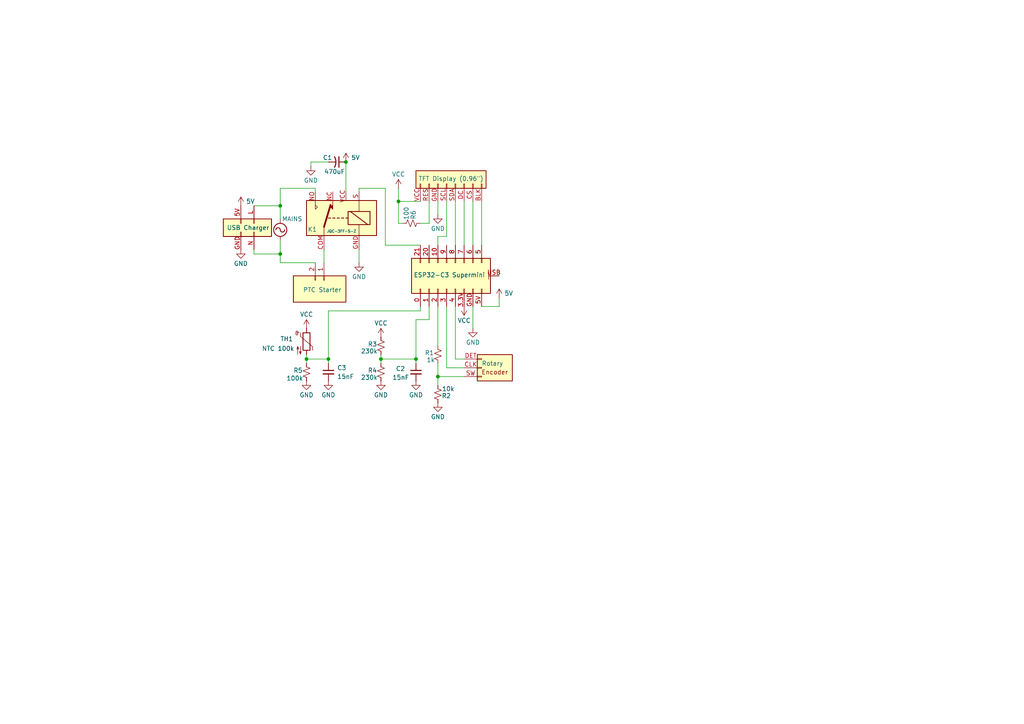
<source format=kicad_sch>
(kicad_sch
	(version 20250114)
	(generator "eeschema")
	(generator_version "9.0")
	(uuid "9f49b8a2-2498-48eb-a158-04b48c8bd0cd")
	(paper "A4")
	(lib_symbols
		(symbol "Connector_Generic:Conn_01x02"
			(pin_names
				(offset 1.016)
				(hide yes)
			)
			(exclude_from_sim no)
			(in_bom yes)
			(on_board yes)
			(property "Reference" "J4"
				(at -1.2701 2.54 90)
				(effects
					(font
						(size 1.27 1.27)
					)
					(justify left)
				)
			)
			(property "Value" "PTC Starter"
				(at 2.794 -6.096 90)
				(effects
					(font
						(size 1.27 1.27)
					)
					(justify left)
				)
			)
			(property "Footprint" ""
				(at 0 0 0)
				(effects
					(font
						(size 1.27 1.27)
					)
					(hide yes)
				)
			)
			(property "Datasheet" "~"
				(at 0 0 0)
				(effects
					(font
						(size 1.27 1.27)
					)
					(hide yes)
				)
			)
			(property "Description" "Generic connector, single row, 01x02, script generated (kicad-library-utils/schlib/autogen/connector/)"
				(at 0 0 0)
				(effects
					(font
						(size 1.27 1.27)
					)
					(hide yes)
				)
			)
			(property "ki_keywords" "connector"
				(at 0 0 0)
				(effects
					(font
						(size 1.27 1.27)
					)
					(hide yes)
				)
			)
			(property "ki_fp_filters" "Connector*:*_1x??_*"
				(at 0 0 0)
				(effects
					(font
						(size 1.27 1.27)
					)
					(hide yes)
				)
			)
			(symbol "Conn_01x02_1_1"
				(rectangle
					(start -1.27 6.35)
					(end 6.35 -8.89)
					(stroke
						(width 0.254)
						(type default)
					)
					(fill
						(type background)
					)
				)
				(rectangle
					(start -1.27 0.127)
					(end 0 -0.127)
					(stroke
						(width 0.1524)
						(type default)
					)
					(fill
						(type none)
					)
				)
				(rectangle
					(start -1.27 -2.413)
					(end 0 -2.667)
					(stroke
						(width 0.1524)
						(type default)
					)
					(fill
						(type none)
					)
				)
				(pin passive line
					(at -5.08 0 0)
					(length 3.81)
					(name "Pin_1"
						(effects
							(font
								(size 1.27 1.27)
							)
						)
					)
					(number "1"
						(effects
							(font
								(size 1.27 1.27)
							)
						)
					)
				)
				(pin passive line
					(at -5.08 -2.54 0)
					(length 3.81)
					(name "Pin_2"
						(effects
							(font
								(size 1.27 1.27)
							)
						)
					)
					(number "2"
						(effects
							(font
								(size 1.27 1.27)
							)
						)
					)
				)
			)
			(embedded_fonts no)
		)
		(symbol "Connector_Generic:Conn_01x03"
			(pin_names
				(offset 1.016)
				(hide yes)
			)
			(exclude_from_sim no)
			(in_bom yes)
			(on_board yes)
			(property "Reference" "J2"
				(at -1.2701 5.08 90)
				(effects
					(font
						(size 1.27 1.27)
					)
					(justify left)
					(hide yes)
				)
			)
			(property "Value" "Rotary"
				(at 0 1.27 0)
				(effects
					(font
						(size 1.27 1.27)
					)
					(justify left)
				)
			)
			(property "Footprint" ""
				(at 0 0 0)
				(effects
					(font
						(size 1.27 1.27)
					)
					(hide yes)
				)
			)
			(property "Datasheet" "~"
				(at 0 0 0)
				(effects
					(font
						(size 1.27 1.27)
					)
					(hide yes)
				)
			)
			(property "Description" "Generic connector, single row, 01x03, script generated (kicad-library-utils/schlib/autogen/connector/)"
				(at 0 0 0)
				(effects
					(font
						(size 1.27 1.27)
					)
					(hide yes)
				)
			)
			(property "ki_keywords" "connector"
				(at 0 0 0)
				(effects
					(font
						(size 1.27 1.27)
					)
					(hide yes)
				)
			)
			(property "ki_fp_filters" "Connector*:*_1x??_*"
				(at 0 0 0)
				(effects
					(font
						(size 1.27 1.27)
					)
					(hide yes)
				)
			)
			(symbol "Conn_01x03_1_1"
				(rectangle
					(start -1.27 3.81)
					(end 8.89 -3.81)
					(stroke
						(width 0.254)
						(type default)
					)
					(fill
						(type background)
					)
				)
				(rectangle
					(start -1.27 2.667)
					(end 0 2.413)
					(stroke
						(width 0.1524)
						(type default)
					)
					(fill
						(type none)
					)
				)
				(rectangle
					(start -1.27 0.127)
					(end 0 -0.127)
					(stroke
						(width 0.1524)
						(type default)
					)
					(fill
						(type none)
					)
				)
				(rectangle
					(start -1.27 -2.413)
					(end 0 -2.667)
					(stroke
						(width 0.1524)
						(type default)
					)
					(fill
						(type none)
					)
				)
				(text "Encoder"
					(at 3.81 -1.27 0)
					(effects
						(font
							(size 1.27 1.27)
						)
					)
				)
				(pin passive line
					(at -5.08 2.54 0)
					(length 3.81)
					(name "DET"
						(effects
							(font
								(size 1.27 1.27)
							)
						)
					)
					(number "DET"
						(effects
							(font
								(size 1.27 1.27)
							)
						)
					)
				)
				(pin passive line
					(at -5.08 0 0)
					(length 3.81)
					(name "CLK"
						(effects
							(font
								(size 1.27 1.27)
							)
						)
					)
					(number "CLK"
						(effects
							(font
								(size 1.27 1.27)
							)
						)
					)
				)
				(pin passive line
					(at -5.08 -2.54 0)
					(length 3.81)
					(name "SW"
						(effects
							(font
								(size 1.27 1.27)
							)
						)
					)
					(number "SW"
						(effects
							(font
								(size 1.27 1.27)
							)
						)
					)
				)
			)
			(embedded_fonts no)
		)
		(symbol "Connector_Generic:Conn_01x08"
			(pin_names
				(offset 1.016)
				(hide yes)
			)
			(exclude_from_sim no)
			(in_bom yes)
			(on_board yes)
			(property "Reference" "J3"
				(at 6.35 -1.27 90)
				(effects
					(font
						(size 1.27 1.27)
					)
					(hide yes)
				)
			)
			(property "Value" "TFT Display (0.96\")"
				(at 1.524 -1.27 90)
				(effects
					(font
						(size 1.27 1.27)
					)
				)
			)
			(property "Footprint" ""
				(at 0 0 0)
				(effects
					(font
						(size 1.27 1.27)
					)
					(hide yes)
				)
			)
			(property "Datasheet" "~"
				(at 0 0 0)
				(effects
					(font
						(size 1.27 1.27)
					)
					(hide yes)
				)
			)
			(property "Description" "Generic connector, single row, 01x08, script generated (kicad-library-utils/schlib/autogen/connector/)"
				(at 0 0 0)
				(effects
					(font
						(size 1.27 1.27)
					)
					(hide yes)
				)
			)
			(property "ki_keywords" "connector"
				(at 0 0 0)
				(effects
					(font
						(size 1.27 1.27)
					)
					(hide yes)
				)
			)
			(property "ki_fp_filters" "Connector*:*_1x??_*"
				(at 0 0 0)
				(effects
					(font
						(size 1.27 1.27)
					)
					(hide yes)
				)
			)
			(symbol "Conn_01x08_1_1"
				(rectangle
					(start -1.27 8.89)
					(end 3.81 -11.43)
					(stroke
						(width 0.254)
						(type default)
					)
					(fill
						(type background)
					)
				)
				(rectangle
					(start -1.27 7.747)
					(end 0 7.493)
					(stroke
						(width 0.1524)
						(type default)
					)
					(fill
						(type none)
					)
				)
				(rectangle
					(start -1.27 5.207)
					(end 0 4.953)
					(stroke
						(width 0.1524)
						(type default)
					)
					(fill
						(type none)
					)
				)
				(rectangle
					(start -1.27 2.667)
					(end 0 2.413)
					(stroke
						(width 0.1524)
						(type default)
					)
					(fill
						(type none)
					)
				)
				(rectangle
					(start -1.27 0.127)
					(end 0 -0.127)
					(stroke
						(width 0.1524)
						(type default)
					)
					(fill
						(type none)
					)
				)
				(rectangle
					(start -1.27 -2.413)
					(end 0 -2.667)
					(stroke
						(width 0.1524)
						(type default)
					)
					(fill
						(type none)
					)
				)
				(rectangle
					(start -1.27 -4.953)
					(end 0 -5.207)
					(stroke
						(width 0.1524)
						(type default)
					)
					(fill
						(type none)
					)
				)
				(rectangle
					(start -1.27 -7.493)
					(end 0 -7.747)
					(stroke
						(width 0.1524)
						(type default)
					)
					(fill
						(type none)
					)
				)
				(rectangle
					(start -1.27 -10.033)
					(end 0 -10.287)
					(stroke
						(width 0.1524)
						(type default)
					)
					(fill
						(type none)
					)
				)
				(pin passive line
					(at -5.08 7.62 0)
					(length 3.81)
					(name "Pin_1"
						(effects
							(font
								(size 1.27 1.27)
							)
						)
					)
					(number "VCC"
						(effects
							(font
								(size 1.27 1.27)
							)
						)
					)
				)
				(pin passive line
					(at -5.08 5.08 0)
					(length 3.81)
					(name "Pin_2"
						(effects
							(font
								(size 1.27 1.27)
							)
						)
					)
					(number "RES"
						(effects
							(font
								(size 1.27 1.27)
							)
						)
					)
				)
				(pin passive line
					(at -5.08 2.54 0)
					(length 3.81)
					(name "Pin_3"
						(effects
							(font
								(size 1.27 1.27)
							)
						)
					)
					(number "GND"
						(effects
							(font
								(size 1.27 1.27)
							)
						)
					)
				)
				(pin passive line
					(at -5.08 0 0)
					(length 3.81)
					(name "Pin_4"
						(effects
							(font
								(size 1.27 1.27)
							)
						)
					)
					(number "SCL"
						(effects
							(font
								(size 1.27 1.27)
							)
						)
					)
				)
				(pin passive line
					(at -5.08 -2.54 0)
					(length 3.81)
					(name "Pin_5"
						(effects
							(font
								(size 1.27 1.27)
							)
						)
					)
					(number "SDA"
						(effects
							(font
								(size 1.27 1.27)
							)
						)
					)
				)
				(pin passive line
					(at -5.08 -5.08 0)
					(length 3.81)
					(name "Pin_6"
						(effects
							(font
								(size 1.27 1.27)
							)
						)
					)
					(number "DC"
						(effects
							(font
								(size 1.27 1.27)
							)
						)
					)
				)
				(pin passive line
					(at -5.08 -7.62 0)
					(length 3.81)
					(name "Pin_7"
						(effects
							(font
								(size 1.27 1.27)
							)
						)
					)
					(number "CS"
						(effects
							(font
								(size 1.27 1.27)
							)
						)
					)
				)
				(pin passive line
					(at -5.08 -10.16 0)
					(length 3.81)
					(name "Pin_8"
						(effects
							(font
								(size 1.27 1.27)
							)
						)
					)
					(number "BLK"
						(effects
							(font
								(size 1.27 1.27)
							)
						)
					)
				)
			)
			(embedded_fonts no)
		)
		(symbol "Connector_Generic:Conn_02x02_Odd_Even"
			(pin_names
				(offset 1.016)
				(hide yes)
			)
			(exclude_from_sim no)
			(in_bom yes)
			(on_board yes)
			(property "Reference" "J5"
				(at -0.0001 2.54 90)
				(effects
					(font
						(size 1.27 1.27)
					)
					(justify left)
					(hide yes)
				)
			)
			(property "Value" "USB Charger"
				(at 1.27 -6.604 90)
				(effects
					(font
						(size 1.27 1.27)
					)
					(justify left)
				)
			)
			(property "Footprint" ""
				(at 0 0 0)
				(effects
					(font
						(size 1.27 1.27)
					)
					(hide yes)
				)
			)
			(property "Datasheet" "~"
				(at 0 0 0)
				(effects
					(font
						(size 1.27 1.27)
					)
					(hide yes)
				)
			)
			(property "Description" "Generic connector, double row, 02x02, odd/even pin numbering scheme (row 1 odd numbers, row 2 even numbers), script generated (kicad-library-utils/schlib/autogen/connector/)"
				(at 0 0 0)
				(effects
					(font
						(size 1.27 1.27)
					)
					(hide yes)
				)
			)
			(property "ki_keywords" "connector"
				(at 0 0 0)
				(effects
					(font
						(size 1.27 1.27)
					)
					(hide yes)
				)
			)
			(property "ki_fp_filters" "Connector*:*_2x??_*"
				(at 0 0 0)
				(effects
					(font
						(size 1.27 1.27)
					)
					(hide yes)
				)
			)
			(symbol "Conn_02x02_Odd_Even_1_1"
				(rectangle
					(start -1.27 6.35)
					(end 3.81 -7.62)
					(stroke
						(width 0.254)
						(type default)
					)
					(fill
						(type background)
					)
				)
				(rectangle
					(start -1.27 1.397)
					(end 0 1.143)
					(stroke
						(width 0.1524)
						(type default)
					)
					(fill
						(type none)
					)
				)
				(rectangle
					(start -1.27 -2.413)
					(end 0 -2.667)
					(stroke
						(width 0.1524)
						(type default)
					)
					(fill
						(type none)
					)
				)
				(rectangle
					(start 3.81 1.397)
					(end 2.54 1.143)
					(stroke
						(width 0.1524)
						(type default)
					)
					(fill
						(type none)
					)
				)
				(rectangle
					(start 3.81 -2.413)
					(end 2.54 -2.667)
					(stroke
						(width 0.1524)
						(type default)
					)
					(fill
						(type none)
					)
				)
				(pin passive line
					(at -5.08 1.27 0)
					(length 3.81)
					(name "Pin_1"
						(effects
							(font
								(size 1.27 1.27)
							)
						)
					)
					(number "L"
						(effects
							(font
								(size 1.27 1.27)
							)
						)
					)
				)
				(pin passive line
					(at -5.08 -2.54 0)
					(length 3.81)
					(name "Pin_3"
						(effects
							(font
								(size 1.27 1.27)
							)
						)
					)
					(number "5V"
						(effects
							(font
								(size 1.27 1.27)
							)
						)
					)
				)
				(pin passive line
					(at 7.62 1.27 180)
					(length 3.81)
					(name "Pin_2"
						(effects
							(font
								(size 1.27 1.27)
							)
						)
					)
					(number "N"
						(effects
							(font
								(size 1.27 1.27)
							)
						)
					)
				)
				(pin passive line
					(at 7.62 -2.54 180)
					(length 3.81)
					(name "Pin_4"
						(effects
							(font
								(size 1.27 1.27)
							)
						)
					)
					(number "GND"
						(effects
							(font
								(size 1.27 1.27)
							)
						)
					)
				)
			)
			(embedded_fonts no)
		)
		(symbol "Connector_Generic_MountingPin:Conn_02x08_Counter_Clockwise_MountingPin"
			(pin_names
				(offset 1.016)
				(hide yes)
			)
			(exclude_from_sim no)
			(in_bom yes)
			(on_board yes)
			(property "Reference" "J1"
				(at -12.065 -1.905 90)
				(effects
					(font
						(size 1.27 1.27)
					)
					(hide yes)
				)
			)
			(property "Value" "ESP32-C3 Supermini"
				(at 9.906 -3.556 0)
				(effects
					(font
						(size 1.27 1.27)
					)
					(justify right)
				)
			)
			(property "Footprint" ""
				(at 0 0 0)
				(effects
					(font
						(size 1.27 1.27)
					)
					(hide yes)
				)
			)
			(property "Datasheet" "~"
				(at -1.27 -7.62 90)
				(effects
					(font
						(size 1.27 1.27)
					)
					(hide yes)
				)
			)
			(property "Description" "Generic connectable mounting pin connector, double row, 02x08, counter clockwise pin numbering scheme (similar to DIP package numbering), script generated (kicad-library-utils/schlib/autogen/connector/)"
				(at -1.905 -1.905 0)
				(effects
					(font
						(size 1.27 1.27)
					)
					(hide yes)
				)
			)
			(property "ki_keywords" "connector"
				(at 0 0 0)
				(effects
					(font
						(size 1.27 1.27)
					)
					(hide yes)
				)
			)
			(property "ki_fp_filters" "Connector*:*_2x??-1MP*"
				(at 0 0 0)
				(effects
					(font
						(size 1.27 1.27)
					)
					(hide yes)
				)
			)
			(symbol "Conn_02x08_Counter_Clockwise_MountingPin_1_1"
				(rectangle
					(start -11.43 1.27)
					(end 11.43 -8.89)
					(stroke
						(width 0.254)
						(type default)
					)
					(fill
						(type background)
					)
				)
				(rectangle
					(start -9.017 1.27)
					(end -8.763 0)
					(stroke
						(width 0.1524)
						(type default)
					)
					(fill
						(type none)
					)
				)
				(rectangle
					(start -9.017 -8.89)
					(end -8.763 -7.62)
					(stroke
						(width 0.1524)
						(type default)
					)
					(fill
						(type none)
					)
				)
				(rectangle
					(start -6.477 1.27)
					(end -6.223 0)
					(stroke
						(width 0.1524)
						(type default)
					)
					(fill
						(type none)
					)
				)
				(rectangle
					(start -6.477 -8.89)
					(end -6.223 -7.62)
					(stroke
						(width 0.1524)
						(type default)
					)
					(fill
						(type none)
					)
				)
				(rectangle
					(start -3.937 1.27)
					(end -3.683 0)
					(stroke
						(width 0.1524)
						(type default)
					)
					(fill
						(type none)
					)
				)
				(rectangle
					(start -3.937 -8.89)
					(end -3.683 -7.62)
					(stroke
						(width 0.1524)
						(type default)
					)
					(fill
						(type none)
					)
				)
				(rectangle
					(start -1.397 1.27)
					(end -1.143 0)
					(stroke
						(width 0.1524)
						(type default)
					)
					(fill
						(type none)
					)
				)
				(rectangle
					(start -1.397 -8.89)
					(end -1.143 -7.62)
					(stroke
						(width 0.1524)
						(type default)
					)
					(fill
						(type none)
					)
				)
				(rectangle
					(start 1.143 1.27)
					(end 1.397 0)
					(stroke
						(width 0.1524)
						(type default)
					)
					(fill
						(type none)
					)
				)
				(rectangle
					(start 1.143 -8.89)
					(end 1.397 -7.62)
					(stroke
						(width 0.1524)
						(type default)
					)
					(fill
						(type none)
					)
				)
				(rectangle
					(start 3.683 1.27)
					(end 3.937 0)
					(stroke
						(width 0.1524)
						(type default)
					)
					(fill
						(type none)
					)
				)
				(rectangle
					(start 3.683 -8.89)
					(end 3.937 -7.62)
					(stroke
						(width 0.1524)
						(type default)
					)
					(fill
						(type none)
					)
				)
				(rectangle
					(start 6.223 1.27)
					(end 6.477 0)
					(stroke
						(width 0.1524)
						(type default)
					)
					(fill
						(type none)
					)
				)
				(rectangle
					(start 6.223 -8.89)
					(end 6.477 -7.62)
					(stroke
						(width 0.1524)
						(type default)
					)
					(fill
						(type none)
					)
				)
				(rectangle
					(start 8.763 1.27)
					(end 9.017 0)
					(stroke
						(width 0.1524)
						(type default)
					)
					(fill
						(type none)
					)
				)
				(rectangle
					(start 8.763 -8.89)
					(end 9.017 -7.62)
					(stroke
						(width 0.1524)
						(type default)
					)
					(fill
						(type none)
					)
				)
				(polyline
					(pts
						(xy 10.922 -4.826) (xy 10.922 -2.794)
					)
					(stroke
						(width 0.1524)
						(type default)
					)
					(fill
						(type none)
					)
				)
				(pin bidirectional line
					(at -8.89 5.08 270)
					(length 3.81)
					(name "GPIO21"
						(effects
							(font
								(size 1.27 1.27)
							)
						)
					)
					(number "21"
						(effects
							(font
								(size 1.27 1.27)
							)
						)
					)
				)
				(pin bidirectional line
					(at -8.89 -12.7 90)
					(length 3.81)
					(name "GPIO0"
						(effects
							(font
								(size 1.27 1.27)
							)
						)
					)
					(number "0"
						(effects
							(font
								(size 1.27 1.27)
							)
						)
					)
				)
				(pin bidirectional line
					(at -6.35 5.08 270)
					(length 3.81)
					(name "GPIO20"
						(effects
							(font
								(size 1.27 1.27)
							)
						)
					)
					(number "20"
						(effects
							(font
								(size 1.27 1.27)
							)
						)
					)
				)
				(pin bidirectional line
					(at -6.35 -12.7 90)
					(length 3.81)
					(name "GPIO1"
						(effects
							(font
								(size 1.27 1.27)
							)
						)
					)
					(number "1"
						(effects
							(font
								(size 1.27 1.27)
							)
						)
					)
				)
				(pin bidirectional line
					(at -3.81 5.08 270)
					(length 3.81)
					(name "GPIO10"
						(effects
							(font
								(size 1.27 1.27)
							)
						)
					)
					(number "10"
						(effects
							(font
								(size 1.27 1.27)
							)
						)
					)
				)
				(pin bidirectional line
					(at -3.81 -12.7 90)
					(length 3.81)
					(name "GPIO2"
						(effects
							(font
								(size 1.27 1.27)
							)
						)
					)
					(number "2"
						(effects
							(font
								(size 1.27 1.27)
							)
						)
					)
				)
				(pin bidirectional line
					(at -1.27 5.08 270)
					(length 3.81)
					(name "PGIO9"
						(effects
							(font
								(size 1.27 1.27)
							)
						)
					)
					(number "9"
						(effects
							(font
								(size 1.27 1.27)
							)
						)
					)
				)
				(pin bidirectional line
					(at -1.27 -12.7 90)
					(length 3.81)
					(name "GPIO3"
						(effects
							(font
								(size 1.27 1.27)
							)
						)
					)
					(number "3"
						(effects
							(font
								(size 1.27 1.27)
							)
						)
					)
				)
				(pin bidirectional line
					(at 1.27 5.08 270)
					(length 3.81)
					(name "GPIO8"
						(effects
							(font
								(size 1.27 1.27)
							)
						)
					)
					(number "8"
						(effects
							(font
								(size 1.27 1.27)
							)
						)
					)
				)
				(pin bidirectional line
					(at 1.27 -12.7 90)
					(length 3.81)
					(name "GPIO4"
						(effects
							(font
								(size 1.27 1.27)
							)
						)
					)
					(number "4"
						(effects
							(font
								(size 1.27 1.27)
							)
						)
					)
				)
				(pin bidirectional line
					(at 3.81 5.08 270)
					(length 3.81)
					(name "PGIO7"
						(effects
							(font
								(size 1.27 1.27)
							)
						)
					)
					(number "7"
						(effects
							(font
								(size 1.27 1.27)
							)
						)
					)
				)
				(pin power_out line
					(at 3.81 -12.7 90)
					(length 3.81)
					(name "3.3V"
						(effects
							(font
								(size 1.27 1.27)
							)
						)
					)
					(number "3.3V"
						(effects
							(font
								(size 1.27 1.27)
							)
						)
					)
				)
				(pin bidirectional line
					(at 6.35 5.08 270)
					(length 3.81)
					(name "GPIO6"
						(effects
							(font
								(size 1.27 1.27)
							)
						)
					)
					(number "6"
						(effects
							(font
								(size 1.27 1.27)
							)
						)
					)
				)
				(pin passive line
					(at 6.35 -12.7 90)
					(length 3.81)
					(name "GND"
						(effects
							(font
								(size 1.27 1.27)
							)
						)
					)
					(number "GND"
						(effects
							(font
								(size 1.27 1.27)
							)
						)
					)
				)
				(pin bidirectional line
					(at 8.89 5.08 270)
					(length 3.81)
					(name "GPIO5"
						(effects
							(font
								(size 1.27 1.27)
							)
						)
					)
					(number "5"
						(effects
							(font
								(size 1.27 1.27)
							)
						)
					)
				)
				(pin input line
					(at 8.89 -12.7 90)
					(length 3.81)
					(name "5V"
						(effects
							(font
								(size 1.27 1.27)
							)
						)
					)
					(number "5V"
						(effects
							(font
								(size 1.27 1.27)
							)
						)
					)
				)
				(pin bidirectional line
					(at 13.97 -3.81 180)
					(length 3.048)
					(name "USB"
						(effects
							(font
								(size 1.27 1.27)
							)
						)
					)
					(number "USB"
						(effects
							(font
								(size 1.27 1.27)
							)
						)
					)
				)
			)
			(embedded_fonts no)
		)
		(symbol "Device:C_Small"
			(pin_numbers
				(hide yes)
			)
			(pin_names
				(offset 0.254)
				(hide yes)
			)
			(exclude_from_sim no)
			(in_bom yes)
			(on_board yes)
			(property "Reference" "C"
				(at 0.254 1.778 0)
				(effects
					(font
						(size 1.27 1.27)
					)
					(justify left)
				)
			)
			(property "Value" "C_Small"
				(at 0.254 -2.032 0)
				(effects
					(font
						(size 1.27 1.27)
					)
					(justify left)
				)
			)
			(property "Footprint" ""
				(at 0 0 0)
				(effects
					(font
						(size 1.27 1.27)
					)
					(hide yes)
				)
			)
			(property "Datasheet" "~"
				(at 0 0 0)
				(effects
					(font
						(size 1.27 1.27)
					)
					(hide yes)
				)
			)
			(property "Description" "Unpolarized capacitor, small symbol"
				(at 0 0 0)
				(effects
					(font
						(size 1.27 1.27)
					)
					(hide yes)
				)
			)
			(property "ki_keywords" "capacitor cap"
				(at 0 0 0)
				(effects
					(font
						(size 1.27 1.27)
					)
					(hide yes)
				)
			)
			(property "ki_fp_filters" "C_*"
				(at 0 0 0)
				(effects
					(font
						(size 1.27 1.27)
					)
					(hide yes)
				)
			)
			(symbol "C_Small_0_1"
				(polyline
					(pts
						(xy -1.524 0.508) (xy 1.524 0.508)
					)
					(stroke
						(width 0.3048)
						(type default)
					)
					(fill
						(type none)
					)
				)
				(polyline
					(pts
						(xy -1.524 -0.508) (xy 1.524 -0.508)
					)
					(stroke
						(width 0.3302)
						(type default)
					)
					(fill
						(type none)
					)
				)
			)
			(symbol "C_Small_1_1"
				(pin passive line
					(at 0 2.54 270)
					(length 2.032)
					(name "~"
						(effects
							(font
								(size 1.27 1.27)
							)
						)
					)
					(number "1"
						(effects
							(font
								(size 1.27 1.27)
							)
						)
					)
				)
				(pin passive line
					(at 0 -2.54 90)
					(length 2.032)
					(name "~"
						(effects
							(font
								(size 1.27 1.27)
							)
						)
					)
					(number "2"
						(effects
							(font
								(size 1.27 1.27)
							)
						)
					)
				)
			)
			(embedded_fonts no)
		)
		(symbol "Device:C_Small_US"
			(pin_numbers
				(hide yes)
			)
			(pin_names
				(offset 0.254)
				(hide yes)
			)
			(exclude_from_sim no)
			(in_bom yes)
			(on_board yes)
			(property "Reference" "C"
				(at 0.254 1.778 0)
				(effects
					(font
						(size 1.27 1.27)
					)
					(justify left)
				)
			)
			(property "Value" "C_Small_US"
				(at 0.254 -2.032 0)
				(effects
					(font
						(size 1.27 1.27)
					)
					(justify left)
				)
			)
			(property "Footprint" ""
				(at 0 0 0)
				(effects
					(font
						(size 1.27 1.27)
					)
					(hide yes)
				)
			)
			(property "Datasheet" ""
				(at 0 0 0)
				(effects
					(font
						(size 1.27 1.27)
					)
					(hide yes)
				)
			)
			(property "Description" "capacitor, small US symbol"
				(at 0 0 0)
				(effects
					(font
						(size 1.27 1.27)
					)
					(hide yes)
				)
			)
			(property "ki_keywords" "cap capacitor"
				(at 0 0 0)
				(effects
					(font
						(size 1.27 1.27)
					)
					(hide yes)
				)
			)
			(property "ki_fp_filters" "C_*"
				(at 0 0 0)
				(effects
					(font
						(size 1.27 1.27)
					)
					(hide yes)
				)
			)
			(symbol "C_Small_US_0_1"
				(polyline
					(pts
						(xy -1.524 0.508) (xy 1.524 0.508)
					)
					(stroke
						(width 0.3048)
						(type default)
					)
					(fill
						(type none)
					)
				)
				(arc
					(start -1.524 -0.762)
					(mid 0 -0.3734)
					(end 1.524 -0.762)
					(stroke
						(width 0.3048)
						(type default)
					)
					(fill
						(type none)
					)
				)
			)
			(symbol "C_Small_US_1_1"
				(pin passive line
					(at 0 2.54 270)
					(length 2.032)
					(name "~"
						(effects
							(font
								(size 1.27 1.27)
							)
						)
					)
					(number "1"
						(effects
							(font
								(size 1.27 1.27)
							)
						)
					)
				)
				(pin passive line
					(at 0 -2.54 90)
					(length 2.032)
					(name "~"
						(effects
							(font
								(size 1.27 1.27)
							)
						)
					)
					(number "2"
						(effects
							(font
								(size 1.27 1.27)
							)
						)
					)
				)
			)
			(embedded_fonts no)
		)
		(symbol "Device:R_Small_US"
			(pin_numbers
				(hide yes)
			)
			(pin_names
				(offset 0.254)
				(hide yes)
			)
			(exclude_from_sim no)
			(in_bom yes)
			(on_board yes)
			(property "Reference" "R"
				(at 0.762 0.508 0)
				(effects
					(font
						(size 1.27 1.27)
					)
					(justify left)
				)
			)
			(property "Value" "R_Small_US"
				(at 0.762 -1.016 0)
				(effects
					(font
						(size 1.27 1.27)
					)
					(justify left)
				)
			)
			(property "Footprint" ""
				(at 0 0 0)
				(effects
					(font
						(size 1.27 1.27)
					)
					(hide yes)
				)
			)
			(property "Datasheet" "~"
				(at 0 0 0)
				(effects
					(font
						(size 1.27 1.27)
					)
					(hide yes)
				)
			)
			(property "Description" "Resistor, small US symbol"
				(at 0 0 0)
				(effects
					(font
						(size 1.27 1.27)
					)
					(hide yes)
				)
			)
			(property "ki_keywords" "r resistor"
				(at 0 0 0)
				(effects
					(font
						(size 1.27 1.27)
					)
					(hide yes)
				)
			)
			(property "ki_fp_filters" "R_*"
				(at 0 0 0)
				(effects
					(font
						(size 1.27 1.27)
					)
					(hide yes)
				)
			)
			(symbol "R_Small_US_1_1"
				(polyline
					(pts
						(xy 0 1.524) (xy 1.016 1.143) (xy 0 0.762) (xy -1.016 0.381) (xy 0 0)
					)
					(stroke
						(width 0)
						(type default)
					)
					(fill
						(type none)
					)
				)
				(polyline
					(pts
						(xy 0 0) (xy 1.016 -0.381) (xy 0 -0.762) (xy -1.016 -1.143) (xy 0 -1.524)
					)
					(stroke
						(width 0)
						(type default)
					)
					(fill
						(type none)
					)
				)
				(pin passive line
					(at 0 2.54 270)
					(length 1.016)
					(name "~"
						(effects
							(font
								(size 1.27 1.27)
							)
						)
					)
					(number "1"
						(effects
							(font
								(size 1.27 1.27)
							)
						)
					)
				)
				(pin passive line
					(at 0 -2.54 90)
					(length 1.016)
					(name "~"
						(effects
							(font
								(size 1.27 1.27)
							)
						)
					)
					(number "2"
						(effects
							(font
								(size 1.27 1.27)
							)
						)
					)
				)
			)
			(embedded_fonts no)
		)
		(symbol "Device:Thermistor_NTC"
			(pin_numbers
				(hide yes)
			)
			(pin_names
				(offset 0)
			)
			(exclude_from_sim no)
			(in_bom yes)
			(on_board yes)
			(property "Reference" "TH"
				(at -4.445 0 90)
				(effects
					(font
						(size 1.27 1.27)
					)
				)
			)
			(property "Value" "Thermistor_NTC"
				(at 3.175 0 90)
				(effects
					(font
						(size 1.27 1.27)
					)
				)
			)
			(property "Footprint" ""
				(at 0 1.27 0)
				(effects
					(font
						(size 1.27 1.27)
					)
					(hide yes)
				)
			)
			(property "Datasheet" "~"
				(at 0 1.27 0)
				(effects
					(font
						(size 1.27 1.27)
					)
					(hide yes)
				)
			)
			(property "Description" "Temperature dependent resistor, negative temperature coefficient"
				(at 0 0 0)
				(effects
					(font
						(size 1.27 1.27)
					)
					(hide yes)
				)
			)
			(property "ki_keywords" "thermistor NTC resistor sensor RTD"
				(at 0 0 0)
				(effects
					(font
						(size 1.27 1.27)
					)
					(hide yes)
				)
			)
			(property "ki_fp_filters" "*NTC* *Thermistor* PIN?ARRAY* bornier* *Terminal?Block* R_*"
				(at 0 0 0)
				(effects
					(font
						(size 1.27 1.27)
					)
					(hide yes)
				)
			)
			(symbol "Thermistor_NTC_0_1"
				(arc
					(start -3.175 2.413)
					(mid -3.0506 2.3165)
					(end -3.048 2.159)
					(stroke
						(width 0)
						(type default)
					)
					(fill
						(type none)
					)
				)
				(arc
					(start -3.048 2.794)
					(mid -2.9736 2.9736)
					(end -2.794 3.048)
					(stroke
						(width 0)
						(type default)
					)
					(fill
						(type none)
					)
				)
				(arc
					(start -2.794 3.048)
					(mid -2.6144 2.9736)
					(end -2.54 2.794)
					(stroke
						(width 0)
						(type default)
					)
					(fill
						(type none)
					)
				)
				(arc
					(start -2.794 2.54)
					(mid -2.9736 2.6144)
					(end -3.048 2.794)
					(stroke
						(width 0)
						(type default)
					)
					(fill
						(type none)
					)
				)
				(arc
					(start -2.794 1.905)
					(mid -2.9736 1.9794)
					(end -3.048 2.159)
					(stroke
						(width 0)
						(type default)
					)
					(fill
						(type none)
					)
				)
				(arc
					(start -2.54 2.159)
					(mid -2.6144 1.9794)
					(end -2.794 1.905)
					(stroke
						(width 0)
						(type default)
					)
					(fill
						(type none)
					)
				)
				(arc
					(start -2.159 2.794)
					(mid -2.434 2.5608)
					(end -2.794 2.54)
					(stroke
						(width 0)
						(type default)
					)
					(fill
						(type none)
					)
				)
				(polyline
					(pts
						(xy -2.54 2.159) (xy -2.54 2.794)
					)
					(stroke
						(width 0)
						(type default)
					)
					(fill
						(type none)
					)
				)
				(polyline
					(pts
						(xy -2.54 -3.683) (xy -2.54 -1.397) (xy -2.794 -2.159) (xy -2.286 -2.159) (xy -2.54 -1.397) (xy -2.54 -1.651)
					)
					(stroke
						(width 0)
						(type default)
					)
					(fill
						(type outline)
					)
				)
				(polyline
					(pts
						(xy -1.778 2.54) (xy -1.778 1.524) (xy 1.778 -1.524) (xy 1.778 -2.54)
					)
					(stroke
						(width 0)
						(type default)
					)
					(fill
						(type none)
					)
				)
				(polyline
					(pts
						(xy -1.778 -1.397) (xy -1.778 -3.683) (xy -2.032 -2.921) (xy -1.524 -2.921) (xy -1.778 -3.683)
						(xy -1.778 -3.429)
					)
					(stroke
						(width 0)
						(type default)
					)
					(fill
						(type outline)
					)
				)
				(rectangle
					(start -1.016 2.54)
					(end 1.016 -2.54)
					(stroke
						(width 0.254)
						(type default)
					)
					(fill
						(type none)
					)
				)
			)
			(symbol "Thermistor_NTC_1_1"
				(pin passive line
					(at 0 3.81 270)
					(length 1.27)
					(name "~"
						(effects
							(font
								(size 1.27 1.27)
							)
						)
					)
					(number "1"
						(effects
							(font
								(size 1.27 1.27)
							)
						)
					)
				)
				(pin passive line
					(at 0 -3.81 90)
					(length 1.27)
					(name "~"
						(effects
							(font
								(size 1.27 1.27)
							)
						)
					)
					(number "2"
						(effects
							(font
								(size 1.27 1.27)
							)
						)
					)
				)
			)
			(embedded_fonts no)
		)
		(symbol "Relay:JQC-3FF-005-1Z"
			(exclude_from_sim no)
			(in_bom yes)
			(on_board yes)
			(property "Reference" "K1"
				(at 7.112 -4.572 0)
				(effects
					(font
						(size 1.27 1.27)
					)
					(justify left)
				)
			)
			(property "Value" "JQC-3FF-S-Z"
				(at -4.318 -5.08 0)
				(effects
					(font
						(size 0.762 0.762)
					)
					(justify left)
				)
			)
			(property "Footprint" "Relay_THT:Relay_SPDT_Hongfa_JQC-3FF_0XX-1Z"
				(at 12.446 -3.81 0)
				(effects
					(font
						(size 1.27 1.27)
					)
					(justify left)
					(hide yes)
				)
			)
			(property "Datasheet" "https://www.digikey.com/htmldatasheets/production/2071105/0/0/1/JQC-3FF.pdf"
				(at 0 0 0)
				(effects
					(font
						(size 1.27 1.27)
					)
					(hide yes)
				)
			)
			(property "Description" "Subminiature High Power SPDT Relay, 5V Coil nom. 0.36W, 10A switching current, max 10A@277VAC/28VDC"
				(at 0 0 0)
				(effects
					(font
						(size 1.27 1.27)
					)
					(hide yes)
				)
			)
			(property "ki_keywords" "Hongmei"
				(at 0 0 0)
				(effects
					(font
						(size 1.27 1.27)
					)
					(hide yes)
				)
			)
			(property "ki_fp_filters" "Relay*SPDT*Hongfa*JQC*3FF*0XX*1Z*"
				(at 0 0 0)
				(effects
					(font
						(size 1.27 1.27)
					)
					(hide yes)
				)
			)
			(symbol "JQC-3FF-005-1Z_0_0"
				(polyline
					(pts
						(xy 7.62 3.81) (xy 7.62 1.27) (xy 6.985 1.905) (xy 7.62 2.54)
					)
					(stroke
						(width 0)
						(type default)
					)
					(fill
						(type none)
					)
				)
			)
			(symbol "JQC-3FF-005-1Z_0_1"
				(rectangle
					(start -10.16 3.81)
					(end 10.16 -6.35)
					(stroke
						(width 0.254)
						(type default)
					)
					(fill
						(type background)
					)
				)
				(rectangle
					(start -8.255 0.635)
					(end -1.905 -3.175)
					(stroke
						(width 0.254)
						(type default)
					)
					(fill
						(type none)
					)
				)
				(polyline
					(pts
						(xy -7.62 -3.175) (xy -2.54 0.635)
					)
					(stroke
						(width 0.254)
						(type default)
					)
					(fill
						(type none)
					)
				)
				(polyline
					(pts
						(xy -5.08 3.81) (xy -5.08 0.635)
					)
					(stroke
						(width 0)
						(type default)
					)
					(fill
						(type none)
					)
				)
				(polyline
					(pts
						(xy -5.08 -6.35) (xy -5.08 -3.175)
					)
					(stroke
						(width 0)
						(type default)
					)
					(fill
						(type none)
					)
				)
				(polyline
					(pts
						(xy -1.905 -1.27) (xy -1.27 -1.27)
					)
					(stroke
						(width 0.254)
						(type default)
					)
					(fill
						(type none)
					)
				)
				(polyline
					(pts
						(xy -0.635 -1.27) (xy 0 -1.27)
					)
					(stroke
						(width 0.254)
						(type default)
					)
					(fill
						(type none)
					)
				)
				(polyline
					(pts
						(xy 0.635 -1.27) (xy 1.27 -1.27)
					)
					(stroke
						(width 0.254)
						(type default)
					)
					(fill
						(type none)
					)
				)
				(polyline
					(pts
						(xy 1.905 -1.27) (xy 2.54 -1.27)
					)
					(stroke
						(width 0.254)
						(type default)
					)
					(fill
						(type none)
					)
				)
				(polyline
					(pts
						(xy 2.54 3.81) (xy 2.54 1.27) (xy 3.175 1.905) (xy 2.54 2.54)
					)
					(stroke
						(width 0)
						(type default)
					)
					(fill
						(type outline)
					)
				)
				(polyline
					(pts
						(xy 3.175 -1.27) (xy 3.81 -1.27)
					)
					(stroke
						(width 0.254)
						(type default)
					)
					(fill
						(type none)
					)
				)
				(polyline
					(pts
						(xy 5.08 -3.81) (xy 3.175 2.54)
					)
					(stroke
						(width 0.508)
						(type default)
					)
					(fill
						(type none)
					)
				)
				(polyline
					(pts
						(xy 5.08 -3.81) (xy 5.08 -6.35)
					)
					(stroke
						(width 0)
						(type default)
					)
					(fill
						(type none)
					)
				)
			)
			(symbol "JQC-3FF-005-1Z_1_1"
				(pin passive line
					(at -5.08 6.35 270)
					(length 2.54)
					(name "~"
						(effects
							(font
								(size 1.27 1.27)
							)
						)
					)
					(number "S"
						(effects
							(font
								(size 1.27 1.27)
							)
						)
					)
				)
				(pin passive line
					(at -5.08 -10.414 90)
					(length 4.064)
					(name "~"
						(effects
							(font
								(size 1.27 1.27)
							)
						)
					)
					(number "GND"
						(effects
							(font
								(size 1.27 1.27)
							)
						)
					)
				)
				(pin passive line
					(at -1.27 6.35 270)
					(length 2.54)
					(name "~"
						(effects
							(font
								(size 1.27 1.27)
							)
						)
					)
					(number "VCC"
						(effects
							(font
								(size 1.27 1.27)
							)
						)
					)
				)
				(pin passive line
					(at 2.54 6.35 270)
					(length 2.54)
					(name "~"
						(effects
							(font
								(size 1.27 1.27)
							)
						)
					)
					(number "NC"
						(effects
							(font
								(size 1.27 1.27)
							)
						)
					)
				)
				(pin passive line
					(at 5.08 -10.414 90)
					(length 4.064)
					(name "~"
						(effects
							(font
								(size 1.27 1.27)
							)
						)
					)
					(number "COM"
						(effects
							(font
								(size 1.27 1.27)
							)
						)
					)
				)
				(pin passive line
					(at 7.62 6.35 270)
					(length 2.54)
					(name "~"
						(effects
							(font
								(size 1.27 1.27)
							)
						)
					)
					(number "NO"
						(effects
							(font
								(size 1.27 1.27)
							)
						)
					)
				)
			)
			(embedded_fonts no)
		)
		(symbol "power:AC"
			(power)
			(pin_numbers
				(hide yes)
			)
			(pin_names
				(offset 0)
				(hide yes)
			)
			(exclude_from_sim no)
			(in_bom yes)
			(on_board yes)
			(property "Reference" "#PWR011"
				(at 0 -2.54 0)
				(effects
					(font
						(size 1.27 1.27)
					)
					(hide yes)
				)
			)
			(property "Value" "AC"
				(at 3.556 3.302 0)
				(effects
					(font
						(size 1.27 1.27)
					)
				)
			)
			(property "Footprint" ""
				(at 0 0 0)
				(effects
					(font
						(size 1.27 1.27)
					)
					(hide yes)
				)
			)
			(property "Datasheet" ""
				(at 0 0 0)
				(effects
					(font
						(size 1.27 1.27)
					)
					(hide yes)
				)
			)
			(property "Description" "Power symbol creates a global label with name \"AC\""
				(at 0 0 0)
				(effects
					(font
						(size 1.27 1.27)
					)
					(hide yes)
				)
			)
			(property "ki_keywords" "global power"
				(at 0 0 0)
				(effects
					(font
						(size 1.27 1.27)
					)
					(hide yes)
				)
			)
			(symbol "AC_0_1"
				(arc
					(start -1.27 3.175)
					(mid -0.635 3.8073)
					(end 0 3.175)
					(stroke
						(width 0.254)
						(type default)
					)
					(fill
						(type none)
					)
				)
				(circle
					(center 0 3.175)
					(radius 1.905)
					(stroke
						(width 0.254)
						(type default)
					)
					(fill
						(type none)
					)
				)
				(polyline
					(pts
						(xy 0 0) (xy 0 1.27)
					)
					(stroke
						(width 0)
						(type default)
					)
					(fill
						(type none)
					)
				)
				(arc
					(start 1.27 3.175)
					(mid 0.635 2.5427)
					(end 0 3.175)
					(stroke
						(width 0.254)
						(type default)
					)
					(fill
						(type none)
					)
				)
			)
			(symbol "AC_1_1"
				(pin passive line
					(at 0 6.35 270)
					(length 1.27)
					(name "BLACK"
						(effects
							(font
								(size 1.27 1.27)
							)
						)
					)
					(number ""
						(effects
							(font
								(size 1.27 1.27)
							)
						)
					)
				)
				(pin power_in line
					(at 0 0 90)
					(length 0)
					(name "~"
						(effects
							(font
								(size 1.27 1.27)
							)
						)
					)
					(number "1"
						(effects
							(font
								(size 1.27 1.27)
							)
						)
					)
				)
			)
			(embedded_fonts no)
		)
		(symbol "power:GND"
			(power)
			(pin_numbers
				(hide yes)
			)
			(pin_names
				(offset 0)
				(hide yes)
			)
			(exclude_from_sim no)
			(in_bom yes)
			(on_board yes)
			(property "Reference" "#PWR"
				(at 0 -6.35 0)
				(effects
					(font
						(size 1.27 1.27)
					)
					(hide yes)
				)
			)
			(property "Value" "GND"
				(at 0 -3.81 0)
				(effects
					(font
						(size 1.27 1.27)
					)
				)
			)
			(property "Footprint" ""
				(at 0 0 0)
				(effects
					(font
						(size 1.27 1.27)
					)
					(hide yes)
				)
			)
			(property "Datasheet" ""
				(at 0 0 0)
				(effects
					(font
						(size 1.27 1.27)
					)
					(hide yes)
				)
			)
			(property "Description" "Power symbol creates a global label with name \"GND\" , ground"
				(at 0 0 0)
				(effects
					(font
						(size 1.27 1.27)
					)
					(hide yes)
				)
			)
			(property "ki_keywords" "global power"
				(at 0 0 0)
				(effects
					(font
						(size 1.27 1.27)
					)
					(hide yes)
				)
			)
			(symbol "GND_0_1"
				(polyline
					(pts
						(xy 0 0) (xy 0 -1.27) (xy 1.27 -1.27) (xy 0 -2.54) (xy -1.27 -1.27) (xy 0 -1.27)
					)
					(stroke
						(width 0)
						(type default)
					)
					(fill
						(type none)
					)
				)
			)
			(symbol "GND_1_1"
				(pin power_in line
					(at 0 0 270)
					(length 0)
					(name "~"
						(effects
							(font
								(size 1.27 1.27)
							)
						)
					)
					(number "1"
						(effects
							(font
								(size 1.27 1.27)
							)
						)
					)
				)
			)
			(embedded_fonts no)
		)
		(symbol "power:VCC"
			(power)
			(pin_numbers
				(hide yes)
			)
			(pin_names
				(offset 0)
				(hide yes)
			)
			(exclude_from_sim no)
			(in_bom yes)
			(on_board yes)
			(property "Reference" "#PWR"
				(at 0 -3.81 0)
				(effects
					(font
						(size 1.27 1.27)
					)
					(hide yes)
				)
			)
			(property "Value" "VCC"
				(at 0 3.556 0)
				(effects
					(font
						(size 1.27 1.27)
					)
				)
			)
			(property "Footprint" ""
				(at 0 0 0)
				(effects
					(font
						(size 1.27 1.27)
					)
					(hide yes)
				)
			)
			(property "Datasheet" ""
				(at 0 0 0)
				(effects
					(font
						(size 1.27 1.27)
					)
					(hide yes)
				)
			)
			(property "Description" "Power symbol creates a global label with name \"VCC\""
				(at 0 0 0)
				(effects
					(font
						(size 1.27 1.27)
					)
					(hide yes)
				)
			)
			(property "ki_keywords" "global power"
				(at 0 0 0)
				(effects
					(font
						(size 1.27 1.27)
					)
					(hide yes)
				)
			)
			(symbol "VCC_0_1"
				(polyline
					(pts
						(xy -0.762 1.27) (xy 0 2.54)
					)
					(stroke
						(width 0)
						(type default)
					)
					(fill
						(type none)
					)
				)
				(polyline
					(pts
						(xy 0 2.54) (xy 0.762 1.27)
					)
					(stroke
						(width 0)
						(type default)
					)
					(fill
						(type none)
					)
				)
				(polyline
					(pts
						(xy 0 0) (xy 0 2.54)
					)
					(stroke
						(width 0)
						(type default)
					)
					(fill
						(type none)
					)
				)
			)
			(symbol "VCC_1_1"
				(pin power_in line
					(at 0 0 90)
					(length 0)
					(name "~"
						(effects
							(font
								(size 1.27 1.27)
							)
						)
					)
					(number "1"
						(effects
							(font
								(size 1.27 1.27)
							)
						)
					)
				)
			)
			(embedded_fonts no)
		)
		(symbol "power:VCCQ"
			(power)
			(pin_numbers
				(hide yes)
			)
			(pin_names
				(offset 0)
				(hide yes)
			)
			(exclude_from_sim no)
			(in_bom yes)
			(on_board yes)
			(property "Reference" "#PWR"
				(at 0 -3.81 0)
				(effects
					(font
						(size 1.27 1.27)
					)
					(hide yes)
				)
			)
			(property "Value" "VCCQ"
				(at 0 3.556 0)
				(effects
					(font
						(size 1.27 1.27)
					)
				)
			)
			(property "Footprint" ""
				(at 0 0 0)
				(effects
					(font
						(size 1.27 1.27)
					)
					(hide yes)
				)
			)
			(property "Datasheet" ""
				(at 0 0 0)
				(effects
					(font
						(size 1.27 1.27)
					)
					(hide yes)
				)
			)
			(property "Description" "Power symbol creates a global label with name \"VCCQ\""
				(at 0 0 0)
				(effects
					(font
						(size 1.27 1.27)
					)
					(hide yes)
				)
			)
			(property "ki_keywords" "global power"
				(at 0 0 0)
				(effects
					(font
						(size 1.27 1.27)
					)
					(hide yes)
				)
			)
			(symbol "VCCQ_0_1"
				(polyline
					(pts
						(xy -0.762 1.27) (xy 0 2.54)
					)
					(stroke
						(width 0)
						(type default)
					)
					(fill
						(type none)
					)
				)
				(polyline
					(pts
						(xy 0 2.54) (xy 0.762 1.27)
					)
					(stroke
						(width 0)
						(type default)
					)
					(fill
						(type none)
					)
				)
				(polyline
					(pts
						(xy 0 0) (xy 0 2.54)
					)
					(stroke
						(width 0)
						(type default)
					)
					(fill
						(type none)
					)
				)
			)
			(symbol "VCCQ_1_1"
				(pin power_in line
					(at 0 0 90)
					(length 0)
					(name "~"
						(effects
							(font
								(size 1.27 1.27)
							)
						)
					)
					(number "1"
						(effects
							(font
								(size 1.27 1.27)
							)
						)
					)
				)
			)
			(embedded_fonts no)
		)
	)
	(junction
		(at 115.57 58.42)
		(diameter 0)
		(color 0 0 0 0)
		(uuid "11358509-f70f-4671-b53a-2979b2ba23ce")
	)
	(junction
		(at 100.33 46.99)
		(diameter 0)
		(color 0 0 0 0)
		(uuid "18cffe97-e7e5-4c08-b962-467fbe8cfef5")
	)
	(junction
		(at 81.28 73.66)
		(diameter 0)
		(color 0 0 0 0)
		(uuid "453f9c19-6596-4b1a-8568-f11f8ea06329")
	)
	(junction
		(at 110.49 104.14)
		(diameter 0)
		(color 0 0 0 0)
		(uuid "4dc2aff2-dc10-410d-b61c-0c591bf5fc6e")
	)
	(junction
		(at 95.25 104.14)
		(diameter 0)
		(color 0 0 0 0)
		(uuid "8bb3494f-fb67-4ed4-af26-3d7a46e6d0af")
	)
	(junction
		(at 81.28 59.69)
		(diameter 0)
		(color 0 0 0 0)
		(uuid "9ee48414-8fa9-403e-af63-6417c13cbb5d")
	)
	(junction
		(at 88.9 104.14)
		(diameter 0)
		(color 0 0 0 0)
		(uuid "a7e0f4a7-03a0-46f3-8b67-89c555fbc606")
	)
	(junction
		(at 127 109.22)
		(diameter 0)
		(color 0 0 0 0)
		(uuid "bc1fb7a6-d096-4970-8d51-aea8701523bb")
	)
	(junction
		(at 120.65 104.14)
		(diameter 0)
		(color 0 0 0 0)
		(uuid "f3b21ffc-d0e6-4dc7-81a7-760672e267ee")
	)
	(wire
		(pts
			(xy 104.14 72.39) (xy 104.14 76.2)
		)
		(stroke
			(width 0)
			(type default)
		)
		(uuid "01cb3c4e-fe46-455c-9416-50c79413f1ba")
	)
	(wire
		(pts
			(xy 129.54 88.9) (xy 129.54 106.68)
		)
		(stroke
			(width 0)
			(type default)
		)
		(uuid "02802e25-6959-4b7d-ad91-76ea4dac3ad1")
	)
	(wire
		(pts
			(xy 73.66 73.66) (xy 81.28 73.66)
		)
		(stroke
			(width 0)
			(type default)
		)
		(uuid "05158a74-922d-41a2-87b6-f4e3019842af")
	)
	(wire
		(pts
			(xy 73.66 73.66) (xy 73.66 72.39)
		)
		(stroke
			(width 0)
			(type default)
		)
		(uuid "08146208-3dd2-4e7b-9371-9cf9624ae635")
	)
	(wire
		(pts
			(xy 90.17 46.99) (xy 90.17 48.26)
		)
		(stroke
			(width 0)
			(type default)
		)
		(uuid "0e007659-787b-4361-b080-99f2f7870aef")
	)
	(wire
		(pts
			(xy 127 109.22) (xy 127 111.76)
		)
		(stroke
			(width 0)
			(type default)
		)
		(uuid "145f42ff-67d4-4072-baa0-ad27f04d2f25")
	)
	(wire
		(pts
			(xy 95.25 90.17) (xy 121.92 90.17)
		)
		(stroke
			(width 0)
			(type default)
		)
		(uuid "1e7fef0d-6761-4acc-905d-31c3da810129")
	)
	(wire
		(pts
			(xy 81.28 54.61) (xy 91.44 54.61)
		)
		(stroke
			(width 0)
			(type default)
		)
		(uuid "2475ef28-6271-4095-9c1a-63ba111a9154")
	)
	(wire
		(pts
			(xy 134.62 58.42) (xy 134.62 71.12)
		)
		(stroke
			(width 0)
			(type default)
		)
		(uuid "32911430-bcd1-4b8c-9b81-4abc63a63220")
	)
	(wire
		(pts
			(xy 127 68.58) (xy 127 71.12)
		)
		(stroke
			(width 0)
			(type default)
		)
		(uuid "367ce052-0e22-45e8-8cff-4ec9f07e0578")
	)
	(wire
		(pts
			(xy 129.54 58.42) (xy 129.54 68.58)
		)
		(stroke
			(width 0)
			(type default)
		)
		(uuid "39140816-4f2a-4356-bfa4-96f6f2c04374")
	)
	(wire
		(pts
			(xy 104.14 54.61) (xy 111.76 54.61)
		)
		(stroke
			(width 0)
			(type default)
		)
		(uuid "3abeceba-507c-4f80-b88a-8fb75767fc7b")
	)
	(wire
		(pts
			(xy 132.08 58.42) (xy 132.08 71.12)
		)
		(stroke
			(width 0)
			(type default)
		)
		(uuid "4292f889-c274-4b95-be19-e9dbb1438fd1")
	)
	(wire
		(pts
			(xy 111.76 71.12) (xy 121.92 71.12)
		)
		(stroke
			(width 0)
			(type default)
		)
		(uuid "4d8a5590-3d7f-4ada-ba5a-8bb7bb35aabf")
	)
	(wire
		(pts
			(xy 120.65 92.71) (xy 120.65 104.14)
		)
		(stroke
			(width 0)
			(type default)
		)
		(uuid "4e9b0c11-d2e5-43be-9293-3cea6f26d81a")
	)
	(wire
		(pts
			(xy 116.84 64.77) (xy 115.57 64.77)
		)
		(stroke
			(width 0)
			(type default)
		)
		(uuid "51c53ccd-f2f3-4aa0-803c-f9e5fbbea0be")
	)
	(wire
		(pts
			(xy 132.08 88.9) (xy 132.08 104.14)
		)
		(stroke
			(width 0)
			(type default)
		)
		(uuid "52015c43-14c7-4fa1-9428-613d99392d80")
	)
	(wire
		(pts
			(xy 110.49 102.87) (xy 110.49 104.14)
		)
		(stroke
			(width 0)
			(type default)
		)
		(uuid "57f6c598-fc48-498d-9373-ab83858daa1e")
	)
	(wire
		(pts
			(xy 120.65 105.41) (xy 120.65 104.14)
		)
		(stroke
			(width 0)
			(type default)
		)
		(uuid "6afade0e-2d0a-4067-8ea0-8bcc04a00758")
	)
	(wire
		(pts
			(xy 129.54 68.58) (xy 127 68.58)
		)
		(stroke
			(width 0)
			(type default)
		)
		(uuid "6cfcf801-0e25-4e2c-a3d4-b02e20a66784")
	)
	(wire
		(pts
			(xy 88.9 104.14) (xy 88.9 105.41)
		)
		(stroke
			(width 0)
			(type default)
		)
		(uuid "6e73122f-204e-4244-84ff-982c2ec404f3")
	)
	(wire
		(pts
			(xy 137.16 58.42) (xy 137.16 71.12)
		)
		(stroke
			(width 0)
			(type default)
		)
		(uuid "79d13f27-cfc1-47da-9281-f2b887cf05b3")
	)
	(wire
		(pts
			(xy 91.44 54.61) (xy 91.44 55.626)
		)
		(stroke
			(width 0)
			(type default)
		)
		(uuid "7c46f68d-7604-4e99-9ae6-44445b111784")
	)
	(wire
		(pts
			(xy 95.25 90.17) (xy 95.25 104.14)
		)
		(stroke
			(width 0)
			(type default)
		)
		(uuid "8072572f-f317-4cfe-884c-ae1567dd4682")
	)
	(wire
		(pts
			(xy 139.7 58.42) (xy 139.7 71.12)
		)
		(stroke
			(width 0)
			(type default)
		)
		(uuid "81173030-8b41-4242-845e-f7e8bb8875e7")
	)
	(wire
		(pts
			(xy 127 58.42) (xy 127 62.23)
		)
		(stroke
			(width 0)
			(type default)
		)
		(uuid "86945a53-0a9b-422f-9a22-7c914e6a94a0")
	)
	(wire
		(pts
			(xy 95.25 105.41) (xy 95.25 104.14)
		)
		(stroke
			(width 0)
			(type default)
		)
		(uuid "8bb8cd7a-77bf-478a-a967-ac6ef39eff75")
	)
	(wire
		(pts
			(xy 121.92 58.42) (xy 115.57 58.42)
		)
		(stroke
			(width 0)
			(type default)
		)
		(uuid "8e57a3a9-53eb-4bb9-9d5e-b2a128d47662")
	)
	(wire
		(pts
			(xy 124.46 58.42) (xy 124.46 64.77)
		)
		(stroke
			(width 0)
			(type default)
		)
		(uuid "8e907700-5f99-4237-bd63-6c4cc22fd77b")
	)
	(wire
		(pts
			(xy 100.33 46.99) (xy 100.33 55.626)
		)
		(stroke
			(width 0)
			(type default)
		)
		(uuid "8e93d0d6-7faf-4533-97bf-65c51940cd5b")
	)
	(wire
		(pts
			(xy 91.44 76.2) (xy 81.28 76.2)
		)
		(stroke
			(width 0)
			(type default)
		)
		(uuid "9a55f0dd-433b-49d6-a2d8-2dddd153bad3")
	)
	(wire
		(pts
			(xy 127 105.41) (xy 127 109.22)
		)
		(stroke
			(width 0)
			(type default)
		)
		(uuid "a4c27830-6f4a-413a-a092-bc0ceb5287c0")
	)
	(wire
		(pts
			(xy 144.78 88.9) (xy 139.7 88.9)
		)
		(stroke
			(width 0)
			(type default)
		)
		(uuid "a4f026fe-6b90-4072-9ce5-7f05b9ce684d")
	)
	(wire
		(pts
			(xy 88.9 104.14) (xy 95.25 104.14)
		)
		(stroke
			(width 0)
			(type default)
		)
		(uuid "abbefb94-dcfa-4ec9-be34-aabd7e6773d5")
	)
	(wire
		(pts
			(xy 104.14 54.61) (xy 104.14 55.626)
		)
		(stroke
			(width 0)
			(type default)
		)
		(uuid "ac787c15-e78d-47f5-bdab-aedcd0d0dcf5")
	)
	(wire
		(pts
			(xy 127 100.33) (xy 127 88.9)
		)
		(stroke
			(width 0)
			(type default)
		)
		(uuid "ad68bb90-42d9-4695-8ec2-d0c4e782bece")
	)
	(wire
		(pts
			(xy 73.66 59.69) (xy 81.28 59.69)
		)
		(stroke
			(width 0)
			(type default)
		)
		(uuid "b2c1ed6c-1eb2-4ccb-b9b3-2e15c792888a")
	)
	(wire
		(pts
			(xy 110.49 104.14) (xy 120.65 104.14)
		)
		(stroke
			(width 0)
			(type default)
		)
		(uuid "b9b939d2-dcf0-4ce8-a54e-b159d53ef0c4")
	)
	(wire
		(pts
			(xy 81.28 69.85) (xy 81.28 73.66)
		)
		(stroke
			(width 0)
			(type default)
		)
		(uuid "baf619be-482e-4d00-8c48-f35112fecc34")
	)
	(wire
		(pts
			(xy 132.08 104.14) (xy 134.62 104.14)
		)
		(stroke
			(width 0)
			(type default)
		)
		(uuid "bf0a6c5d-3e59-4c5b-a8d6-4215452443a5")
	)
	(wire
		(pts
			(xy 137.16 88.9) (xy 137.16 95.25)
		)
		(stroke
			(width 0)
			(type default)
		)
		(uuid "c2e0e206-90ab-41bf-bbd3-1f5a4114a2b7")
	)
	(wire
		(pts
			(xy 129.54 106.68) (xy 134.62 106.68)
		)
		(stroke
			(width 0)
			(type default)
		)
		(uuid "c9edf50e-357a-4319-b9bc-89a81c65f36e")
	)
	(wire
		(pts
			(xy 127 109.22) (xy 134.62 109.22)
		)
		(stroke
			(width 0)
			(type default)
		)
		(uuid "ccdf9dab-902d-49f3-9994-aba1d0303136")
	)
	(wire
		(pts
			(xy 115.57 58.42) (xy 115.57 54.61)
		)
		(stroke
			(width 0)
			(type default)
		)
		(uuid "cfde41d3-02d2-4045-9a00-528dd88b9d28")
	)
	(wire
		(pts
			(xy 110.49 105.41) (xy 110.49 104.14)
		)
		(stroke
			(width 0)
			(type default)
		)
		(uuid "d24d925b-779a-4d0c-9606-9029aea6d37e")
	)
	(wire
		(pts
			(xy 124.46 92.71) (xy 120.65 92.71)
		)
		(stroke
			(width 0)
			(type default)
		)
		(uuid "d451c3a7-6b46-4965-9cf5-c516d764b296")
	)
	(wire
		(pts
			(xy 144.78 86.36) (xy 144.78 88.9)
		)
		(stroke
			(width 0)
			(type default)
		)
		(uuid "d69896ba-0a64-4203-be50-ecf28f3b41c0")
	)
	(wire
		(pts
			(xy 93.98 72.39) (xy 93.98 76.2)
		)
		(stroke
			(width 0)
			(type default)
		)
		(uuid "da16372c-9cb3-4a1e-93a1-99c3e63aca18")
	)
	(wire
		(pts
			(xy 88.9 102.87) (xy 88.9 104.14)
		)
		(stroke
			(width 0)
			(type default)
		)
		(uuid "dfcdb785-e53c-43e6-840e-6fe9abee1322")
	)
	(wire
		(pts
			(xy 121.92 90.17) (xy 121.92 88.9)
		)
		(stroke
			(width 0)
			(type default)
		)
		(uuid "e26f7ef2-aa72-4eac-9cdb-d5974b753d35")
	)
	(wire
		(pts
			(xy 115.57 64.77) (xy 115.57 58.42)
		)
		(stroke
			(width 0)
			(type default)
		)
		(uuid "e2bd20b8-4d32-4cbd-934a-601ca7ffb1ec")
	)
	(wire
		(pts
			(xy 124.46 88.9) (xy 124.46 92.71)
		)
		(stroke
			(width 0)
			(type default)
		)
		(uuid "e3e7b939-6688-4797-a55f-de21832b1cc7")
	)
	(wire
		(pts
			(xy 81.28 59.69) (xy 81.28 63.5)
		)
		(stroke
			(width 0)
			(type default)
		)
		(uuid "ee87a568-39d2-425d-9482-1d788320f123")
	)
	(wire
		(pts
			(xy 90.17 46.99) (xy 95.25 46.99)
		)
		(stroke
			(width 0)
			(type default)
		)
		(uuid "f179b060-8d75-49dc-b51f-9f1d74a236a5")
	)
	(wire
		(pts
			(xy 81.28 73.66) (xy 81.28 76.2)
		)
		(stroke
			(width 0)
			(type default)
		)
		(uuid "f5b371b7-0c67-4f41-9b9f-105e730ef11a")
	)
	(wire
		(pts
			(xy 81.28 54.61) (xy 81.28 59.69)
		)
		(stroke
			(width 0)
			(type default)
		)
		(uuid "f906b328-f555-4829-8743-ec51a7859f47")
	)
	(wire
		(pts
			(xy 124.46 64.77) (xy 121.92 64.77)
		)
		(stroke
			(width 0)
			(type default)
		)
		(uuid "fa8eef0d-0f4d-434c-a322-5299fcd15501")
	)
	(wire
		(pts
			(xy 111.76 54.61) (xy 111.76 71.12)
		)
		(stroke
			(width 0)
			(type default)
		)
		(uuid "fb508918-9db0-43f8-9e1a-b731edfda05f")
	)
	(symbol
		(lib_id "Device:R_Small_US")
		(at 110.49 107.95 0)
		(unit 1)
		(exclude_from_sim no)
		(in_bom yes)
		(on_board yes)
		(dnp no)
		(uuid "002090b2-fead-4ea1-9340-ac0b73db40bc")
		(property "Reference" "R4"
			(at 106.68 107.442 0)
			(effects
				(font
					(size 1.27 1.27)
				)
				(justify left)
			)
		)
		(property "Value" "230k"
			(at 104.648 109.474 0)
			(effects
				(font
					(size 1.27 1.27)
				)
				(justify left)
			)
		)
		(property "Footprint" ""
			(at 110.49 107.95 0)
			(effects
				(font
					(size 1.27 1.27)
				)
				(hide yes)
			)
		)
		(property "Datasheet" "~"
			(at 110.49 107.95 0)
			(effects
				(font
					(size 1.27 1.27)
				)
				(hide yes)
			)
		)
		(property "Description" "Resistor, small US symbol"
			(at 110.49 107.95 0)
			(effects
				(font
					(size 1.27 1.27)
				)
				(hide yes)
			)
		)
		(pin "2"
			(uuid "38f4f127-5d9a-4537-bb26-539b15ff16a9")
		)
		(pin "1"
			(uuid "64509b16-4898-4ae2-9f5f-ed4c84030fb8")
		)
		(instances
			(project "Control board"
				(path "/9f49b8a2-2498-48eb-a158-04b48c8bd0cd"
					(reference "R4")
					(unit 1)
				)
			)
		)
	)
	(symbol
		(lib_id "power:VCCQ")
		(at 100.33 46.99 0)
		(unit 1)
		(exclude_from_sim no)
		(in_bom yes)
		(on_board yes)
		(dnp no)
		(uuid "04fd0db3-6523-49f5-90bf-dba513ecc0d0")
		(property "Reference" "#PWR013"
			(at 100.33 50.8 0)
			(effects
				(font
					(size 1.27 1.27)
				)
				(hide yes)
			)
		)
		(property "Value" "5V"
			(at 101.854 45.72 0)
			(effects
				(font
					(size 1.27 1.27)
				)
				(justify left)
			)
		)
		(property "Footprint" ""
			(at 100.33 46.99 0)
			(effects
				(font
					(size 1.27 1.27)
				)
				(hide yes)
			)
		)
		(property "Datasheet" ""
			(at 100.33 46.99 0)
			(effects
				(font
					(size 1.27 1.27)
				)
				(hide yes)
			)
		)
		(property "Description" "Power symbol creates a global label with name \"VCCQ\""
			(at 100.33 46.99 0)
			(effects
				(font
					(size 1.27 1.27)
				)
				(hide yes)
			)
		)
		(pin "1"
			(uuid "41270935-02f4-49f3-8717-33f0ba23af0a")
		)
		(instances
			(project "Control board"
				(path "/9f49b8a2-2498-48eb-a158-04b48c8bd0cd"
					(reference "#PWR013")
					(unit 1)
				)
			)
		)
	)
	(symbol
		(lib_id "Connector_Generic:Conn_01x02")
		(at 93.98 81.28 270)
		(unit 1)
		(exclude_from_sim no)
		(in_bom yes)
		(on_board yes)
		(dnp no)
		(uuid "14d101f0-8e75-4e52-aa17-e08ab7e4864d")
		(property "Reference" "J4"
			(at 96.266 81.788 90)
			(effects
				(font
					(size 1.27 1.27)
				)
				(justify left)
				(hide yes)
			)
		)
		(property "Value" "PTC Starter"
			(at 87.884 84.074 90)
			(effects
				(font
					(size 1.27 1.27)
				)
				(justify left)
			)
		)
		(property "Footprint" ""
			(at 93.98 81.28 0)
			(effects
				(font
					(size 1.27 1.27)
				)
				(hide yes)
			)
		)
		(property "Datasheet" "~"
			(at 93.98 81.28 0)
			(effects
				(font
					(size 1.27 1.27)
				)
				(hide yes)
			)
		)
		(property "Description" "Generic connector, single row, 01x02, script generated (kicad-library-utils/schlib/autogen/connector/)"
			(at 93.98 81.28 0)
			(effects
				(font
					(size 1.27 1.27)
				)
				(hide yes)
			)
		)
		(pin "1"
			(uuid "f31790ba-79bb-49ac-8467-2312eb758316")
		)
		(pin "2"
			(uuid "eb8f2e70-8529-4c6f-919e-5a1b2f4e7c91")
		)
		(instances
			(project ""
				(path "/9f49b8a2-2498-48eb-a158-04b48c8bd0cd"
					(reference "J4")
					(unit 1)
				)
			)
		)
	)
	(symbol
		(lib_id "Device:R_Small_US")
		(at 127 114.3 180)
		(unit 1)
		(exclude_from_sim no)
		(in_bom yes)
		(on_board yes)
		(dnp no)
		(uuid "15dcd28a-ac35-45e2-be4f-e06620f232ff")
		(property "Reference" "R2"
			(at 130.81 114.808 0)
			(effects
				(font
					(size 1.27 1.27)
				)
				(justify left)
			)
		)
		(property "Value" "10k"
			(at 131.826 112.776 0)
			(effects
				(font
					(size 1.27 1.27)
				)
				(justify left)
			)
		)
		(property "Footprint" ""
			(at 127 114.3 0)
			(effects
				(font
					(size 1.27 1.27)
				)
				(hide yes)
			)
		)
		(property "Datasheet" "~"
			(at 127 114.3 0)
			(effects
				(font
					(size 1.27 1.27)
				)
				(hide yes)
			)
		)
		(property "Description" "Resistor, small US symbol"
			(at 127 114.3 0)
			(effects
				(font
					(size 1.27 1.27)
				)
				(hide yes)
			)
		)
		(pin "2"
			(uuid "e81fe3c1-f780-4aef-bdbb-efa8e5c93cd8")
		)
		(pin "1"
			(uuid "1c01af7f-9366-4d7e-9927-80db37c3e0c4")
		)
		(instances
			(project "Control board"
				(path "/9f49b8a2-2498-48eb-a158-04b48c8bd0cd"
					(reference "R2")
					(unit 1)
				)
			)
		)
	)
	(symbol
		(lib_id "power:VCC")
		(at 115.57 54.61 0)
		(unit 1)
		(exclude_from_sim no)
		(in_bom yes)
		(on_board yes)
		(dnp no)
		(uuid "175db1ba-316f-4d66-9e88-2af0d4576172")
		(property "Reference" "#PWR09"
			(at 115.57 58.42 0)
			(effects
				(font
					(size 1.27 1.27)
				)
				(hide yes)
			)
		)
		(property "Value" "VCC"
			(at 115.57 50.546 0)
			(effects
				(font
					(size 1.27 1.27)
				)
			)
		)
		(property "Footprint" ""
			(at 115.57 54.61 0)
			(effects
				(font
					(size 1.27 1.27)
				)
				(hide yes)
			)
		)
		(property "Datasheet" ""
			(at 115.57 54.61 0)
			(effects
				(font
					(size 1.27 1.27)
				)
				(hide yes)
			)
		)
		(property "Description" "Power symbol creates a global label with name \"VCC\""
			(at 115.57 54.61 0)
			(effects
				(font
					(size 1.27 1.27)
				)
				(hide yes)
			)
		)
		(pin "1"
			(uuid "1dfd4867-d45c-46dd-b3aa-a6dc85da8ebc")
		)
		(instances
			(project "Control board"
				(path "/9f49b8a2-2498-48eb-a158-04b48c8bd0cd"
					(reference "#PWR09")
					(unit 1)
				)
			)
		)
	)
	(symbol
		(lib_id "power:GND")
		(at 95.25 110.49 0)
		(unit 1)
		(exclude_from_sim no)
		(in_bom yes)
		(on_board yes)
		(dnp no)
		(uuid "313753b8-fe42-468c-96d8-3039f50336d3")
		(property "Reference" "#PWR015"
			(at 95.25 116.84 0)
			(effects
				(font
					(size 1.27 1.27)
				)
				(hide yes)
			)
		)
		(property "Value" "GND"
			(at 95.25 114.554 0)
			(effects
				(font
					(size 1.27 1.27)
				)
			)
		)
		(property "Footprint" ""
			(at 95.25 110.49 0)
			(effects
				(font
					(size 1.27 1.27)
				)
				(hide yes)
			)
		)
		(property "Datasheet" ""
			(at 95.25 110.49 0)
			(effects
				(font
					(size 1.27 1.27)
				)
				(hide yes)
			)
		)
		(property "Description" "Power symbol creates a global label with name \"GND\" , ground"
			(at 95.25 110.49 0)
			(effects
				(font
					(size 1.27 1.27)
				)
				(hide yes)
			)
		)
		(pin "1"
			(uuid "a7dffab6-9202-45a3-8766-287bae68410e")
		)
		(instances
			(project "Control board"
				(path "/9f49b8a2-2498-48eb-a158-04b48c8bd0cd"
					(reference "#PWR015")
					(unit 1)
				)
			)
		)
	)
	(symbol
		(lib_id "Connector_Generic:Conn_01x08")
		(at 129.54 53.34 90)
		(unit 1)
		(exclude_from_sim no)
		(in_bom yes)
		(on_board yes)
		(dnp no)
		(fields_autoplaced yes)
		(uuid "33c17bb2-6537-452f-96cf-a06e8ffe3628")
		(property "Reference" "J3"
			(at 130.81 46.99 90)
			(effects
				(font
					(size 1.27 1.27)
				)
				(hide yes)
			)
		)
		(property "Value" "TFT Display (0.96\")"
			(at 130.81 51.816 90)
			(effects
				(font
					(size 1.27 1.27)
				)
			)
		)
		(property "Footprint" ""
			(at 129.54 53.34 0)
			(effects
				(font
					(size 1.27 1.27)
				)
				(hide yes)
			)
		)
		(property "Datasheet" "~"
			(at 129.54 53.34 0)
			(effects
				(font
					(size 1.27 1.27)
				)
				(hide yes)
			)
		)
		(property "Description" "Generic connector, single row, 01x08, script generated (kicad-library-utils/schlib/autogen/connector/)"
			(at 129.54 53.34 0)
			(effects
				(font
					(size 1.27 1.27)
				)
				(hide yes)
			)
		)
		(pin "GND"
			(uuid "1bc2d95d-8791-482a-8601-49bb77f60998")
		)
		(pin "VCC"
			(uuid "915d060f-c3a5-4f7d-bf4f-1809e18bf090")
		)
		(pin "RES"
			(uuid "269e451f-1d44-4295-81ed-7e9ac5a0f3be")
		)
		(pin "SCL"
			(uuid "f67dfe04-28f7-4f88-92d6-912515b6146f")
		)
		(pin "SDA"
			(uuid "b9ed3ac1-8908-48ac-82b3-96aa33f1ea98")
		)
		(pin "DC"
			(uuid "d91ca8ad-6e88-4f26-b502-83f3eb3c1dbb")
		)
		(pin "BLK"
			(uuid "12696f65-6793-490e-85c3-ffed4c9fea25")
		)
		(pin "CS"
			(uuid "01c200f9-611e-4493-b562-b9725abe68f6")
		)
		(instances
			(project ""
				(path "/9f49b8a2-2498-48eb-a158-04b48c8bd0cd"
					(reference "J3")
					(unit 1)
				)
			)
		)
	)
	(symbol
		(lib_id "Connector_Generic_MountingPin:Conn_02x08_Counter_Clockwise_MountingPin")
		(at 130.81 76.2 0)
		(unit 1)
		(exclude_from_sim no)
		(in_bom yes)
		(on_board yes)
		(dnp no)
		(uuid "370b42f3-bb71-46d1-895a-a7e238ee71a0")
		(property "Reference" "J1"
			(at 118.745 78.105 90)
			(effects
				(font
					(size 1.27 1.27)
				)
				(hide yes)
			)
		)
		(property "Value" "ESP32-C3 Supermini"
			(at 140.716 79.756 0)
			(effects
				(font
					(size 1.27 1.27)
				)
				(justify right)
			)
		)
		(property "Footprint" ""
			(at 130.81 76.2 0)
			(effects
				(font
					(size 1.27 1.27)
				)
				(hide yes)
			)
		)
		(property "Datasheet" "~"
			(at 129.54 83.82 90)
			(effects
				(font
					(size 1.27 1.27)
				)
				(hide yes)
			)
		)
		(property "Description" "Generic connectable mounting pin connector, double row, 02x08, counter clockwise pin numbering scheme (similar to DIP package numbering), script generated (kicad-library-utils/schlib/autogen/connector/)"
			(at 128.905 78.105 0)
			(effects
				(font
					(size 1.27 1.27)
				)
				(hide yes)
			)
		)
		(pin "USB"
			(uuid "6dac4dcc-fcca-4783-afed-7a3264e063a4")
		)
		(pin "21"
			(uuid "f1232805-3b3f-4315-b07a-d6a018e34d75")
		)
		(pin "10"
			(uuid "9e6671df-368c-4ff4-b10c-6b90500ab757")
		)
		(pin "9"
			(uuid "00bef722-3e2e-440a-9529-d6310f5eb6b8")
		)
		(pin "20"
			(uuid "840bad87-03e5-4c0e-bdad-dc9ae856d7b6")
		)
		(pin "0"
			(uuid "92b4b64d-1fba-41d1-bcf4-0015a91f3d09")
		)
		(pin "1"
			(uuid "f6276068-a24d-4643-880a-2a1e17fe410d")
		)
		(pin "2"
			(uuid "7450bd65-5ac0-4648-b3a6-9a57ceea62aa")
		)
		(pin "3.3V"
			(uuid "1e05a488-99d5-4b8d-8ad3-c0493be270a0")
		)
		(pin "3"
			(uuid "852e04ad-3880-4250-b98b-28387568df36")
		)
		(pin "4"
			(uuid "3666f305-81cf-4cc7-8887-86d6b85b9292")
		)
		(pin "5V"
			(uuid "e11796c8-b505-46d9-9d14-43314f814779")
		)
		(pin "GND"
			(uuid "062c1a98-7d6d-4ff0-ac03-02f5966a5b60")
		)
		(pin "7"
			(uuid "7dda5a2e-04b4-4d5d-aedd-c1ab80c0879e")
		)
		(pin "6"
			(uuid "9b5cb322-3a3d-4b85-91ff-6ba7d2b1f7f4")
		)
		(pin "5"
			(uuid "0c08528b-1ae1-44a9-84f2-6f19a6ed0eac")
		)
		(pin "8"
			(uuid "4a2d2c8c-d208-410d-9564-ec0d069ab5b6")
		)
		(instances
			(project ""
				(path "/9f49b8a2-2498-48eb-a158-04b48c8bd0cd"
					(reference "J1")
					(unit 1)
				)
			)
		)
	)
	(symbol
		(lib_id "power:GND")
		(at 110.49 110.49 0)
		(unit 1)
		(exclude_from_sim no)
		(in_bom yes)
		(on_board yes)
		(dnp no)
		(uuid "40fd6eb6-a087-49a0-bfd8-1774cb1b3f54")
		(property "Reference" "#PWR07"
			(at 110.49 116.84 0)
			(effects
				(font
					(size 1.27 1.27)
				)
				(hide yes)
			)
		)
		(property "Value" "GND"
			(at 110.49 114.554 0)
			(effects
				(font
					(size 1.27 1.27)
				)
			)
		)
		(property "Footprint" ""
			(at 110.49 110.49 0)
			(effects
				(font
					(size 1.27 1.27)
				)
				(hide yes)
			)
		)
		(property "Datasheet" ""
			(at 110.49 110.49 0)
			(effects
				(font
					(size 1.27 1.27)
				)
				(hide yes)
			)
		)
		(property "Description" "Power symbol creates a global label with name \"GND\" , ground"
			(at 110.49 110.49 0)
			(effects
				(font
					(size 1.27 1.27)
				)
				(hide yes)
			)
		)
		(pin "1"
			(uuid "1caa25f8-0f79-45c2-8f3a-2fa7c0c185eb")
		)
		(instances
			(project "Control board"
				(path "/9f49b8a2-2498-48eb-a158-04b48c8bd0cd"
					(reference "#PWR07")
					(unit 1)
				)
			)
		)
	)
	(symbol
		(lib_id "power:VCCQ")
		(at 69.85 59.69 0)
		(unit 1)
		(exclude_from_sim no)
		(in_bom yes)
		(on_board yes)
		(dnp no)
		(uuid "457113f0-793a-4775-8310-d54bfde3dc72")
		(property "Reference" "#PWR017"
			(at 69.85 63.5 0)
			(effects
				(font
					(size 1.27 1.27)
				)
				(hide yes)
			)
		)
		(property "Value" "5V"
			(at 71.374 58.42 0)
			(effects
				(font
					(size 1.27 1.27)
				)
				(justify left)
			)
		)
		(property "Footprint" ""
			(at 69.85 59.69 0)
			(effects
				(font
					(size 1.27 1.27)
				)
				(hide yes)
			)
		)
		(property "Datasheet" ""
			(at 69.85 59.69 0)
			(effects
				(font
					(size 1.27 1.27)
				)
				(hide yes)
			)
		)
		(property "Description" "Power symbol creates a global label with name \"VCCQ\""
			(at 69.85 59.69 0)
			(effects
				(font
					(size 1.27 1.27)
				)
				(hide yes)
			)
		)
		(pin "1"
			(uuid "bdcdeb07-ad0e-43a1-b126-cc53b2cefb49")
		)
		(instances
			(project "Control board"
				(path "/9f49b8a2-2498-48eb-a158-04b48c8bd0cd"
					(reference "#PWR017")
					(unit 1)
				)
			)
		)
	)
	(symbol
		(lib_id "Device:Thermistor_NTC")
		(at 88.9 99.06 0)
		(unit 1)
		(exclude_from_sim no)
		(in_bom yes)
		(on_board yes)
		(dnp no)
		(uuid "49db1985-d610-482b-bfa8-bd6bfdcac960")
		(property "Reference" "TH1"
			(at 81.28 98.298 0)
			(effects
				(font
					(size 1.27 1.27)
				)
				(justify left)
			)
		)
		(property "Value" "NTC 100k"
			(at 75.946 101.092 0)
			(effects
				(font
					(size 1.27 1.27)
				)
				(justify left)
			)
		)
		(property "Footprint" ""
			(at 88.9 97.79 0)
			(effects
				(font
					(size 1.27 1.27)
				)
				(hide yes)
			)
		)
		(property "Datasheet" "~"
			(at 88.9 97.79 0)
			(effects
				(font
					(size 1.27 1.27)
				)
				(hide yes)
			)
		)
		(property "Description" "Temperature dependent resistor, negative temperature coefficient"
			(at 88.9 99.06 0)
			(effects
				(font
					(size 1.27 1.27)
				)
				(hide yes)
			)
		)
		(pin "1"
			(uuid "b8b63405-b733-40a1-87a1-97cda254036b")
		)
		(pin "2"
			(uuid "0d5fd9c1-49e1-4106-bca3-81cfb9a6f5a5")
		)
		(instances
			(project ""
				(path "/9f49b8a2-2498-48eb-a158-04b48c8bd0cd"
					(reference "TH1")
					(unit 1)
				)
			)
		)
	)
	(symbol
		(lib_id "power:GND")
		(at 90.17 48.26 0)
		(unit 1)
		(exclude_from_sim no)
		(in_bom yes)
		(on_board yes)
		(dnp no)
		(uuid "51bb63b7-70c0-4be5-a5c8-cb8e76fdbf22")
		(property "Reference" "#PWR018"
			(at 90.17 54.61 0)
			(effects
				(font
					(size 1.27 1.27)
				)
				(hide yes)
			)
		)
		(property "Value" "GND"
			(at 90.17 52.324 0)
			(effects
				(font
					(size 1.27 1.27)
				)
			)
		)
		(property "Footprint" ""
			(at 90.17 48.26 0)
			(effects
				(font
					(size 1.27 1.27)
				)
				(hide yes)
			)
		)
		(property "Datasheet" ""
			(at 90.17 48.26 0)
			(effects
				(font
					(size 1.27 1.27)
				)
				(hide yes)
			)
		)
		(property "Description" "Power symbol creates a global label with name \"GND\" , ground"
			(at 90.17 48.26 0)
			(effects
				(font
					(size 1.27 1.27)
				)
				(hide yes)
			)
		)
		(pin "1"
			(uuid "2b611f98-0c2d-4a22-ba7e-19a97b335f09")
		)
		(instances
			(project "Control board"
				(path "/9f49b8a2-2498-48eb-a158-04b48c8bd0cd"
					(reference "#PWR018")
					(unit 1)
				)
			)
		)
	)
	(symbol
		(lib_id "Device:C_Small")
		(at 120.65 107.95 0)
		(unit 1)
		(exclude_from_sim no)
		(in_bom yes)
		(on_board yes)
		(dnp no)
		(uuid "556c3498-8d2d-48fa-8a76-61fcb170b1c5")
		(property "Reference" "C2"
			(at 114.808 106.934 0)
			(effects
				(font
					(size 1.27 1.27)
				)
				(justify left)
			)
		)
		(property "Value" "15nF"
			(at 113.792 109.474 0)
			(effects
				(font
					(size 1.27 1.27)
				)
				(justify left)
			)
		)
		(property "Footprint" ""
			(at 120.65 107.95 0)
			(effects
				(font
					(size 1.27 1.27)
				)
				(hide yes)
			)
		)
		(property "Datasheet" "~"
			(at 120.65 107.95 0)
			(effects
				(font
					(size 1.27 1.27)
				)
				(hide yes)
			)
		)
		(property "Description" "Unpolarized capacitor, small symbol"
			(at 120.65 107.95 0)
			(effects
				(font
					(size 1.27 1.27)
				)
				(hide yes)
			)
		)
		(pin "1"
			(uuid "09aa54b2-a57e-42ba-9d17-5ff36ca664e9")
		)
		(pin "2"
			(uuid "fd4ccad8-afa1-43f5-b2d1-cadc07db5a7c")
		)
		(instances
			(project ""
				(path "/9f49b8a2-2498-48eb-a158-04b48c8bd0cd"
					(reference "C2")
					(unit 1)
				)
			)
		)
	)
	(symbol
		(lib_id "Device:R_Small_US")
		(at 119.38 64.77 270)
		(unit 1)
		(exclude_from_sim no)
		(in_bom yes)
		(on_board yes)
		(dnp no)
		(uuid "5c7d55a0-7fb2-48b7-a8b7-c2b98988f630")
		(property "Reference" "R6"
			(at 119.888 60.96 0)
			(effects
				(font
					(size 1.27 1.27)
				)
				(justify left)
			)
		)
		(property "Value" "100"
			(at 117.856 59.944 0)
			(effects
				(font
					(size 1.27 1.27)
				)
				(justify left)
			)
		)
		(property "Footprint" ""
			(at 119.38 64.77 0)
			(effects
				(font
					(size 1.27 1.27)
				)
				(hide yes)
			)
		)
		(property "Datasheet" "~"
			(at 119.38 64.77 0)
			(effects
				(font
					(size 1.27 1.27)
				)
				(hide yes)
			)
		)
		(property "Description" "Resistor, small US symbol"
			(at 119.38 64.77 0)
			(effects
				(font
					(size 1.27 1.27)
				)
				(hide yes)
			)
		)
		(pin "2"
			(uuid "76776012-c9d7-4bf4-a8d5-c067683632c2")
		)
		(pin "1"
			(uuid "269a7c54-98b6-4b9b-a623-cee682e59d46")
		)
		(instances
			(project "Control board"
				(path "/9f49b8a2-2498-48eb-a158-04b48c8bd0cd"
					(reference "R6")
					(unit 1)
				)
			)
		)
	)
	(symbol
		(lib_id "power:GND")
		(at 127 62.23 0)
		(unit 1)
		(exclude_from_sim no)
		(in_bom yes)
		(on_board yes)
		(dnp no)
		(uuid "69e8fbe8-8ecf-4ace-9d42-c532000ec169")
		(property "Reference" "#PWR010"
			(at 127 68.58 0)
			(effects
				(font
					(size 1.27 1.27)
				)
				(hide yes)
			)
		)
		(property "Value" "GND"
			(at 127 66.294 0)
			(effects
				(font
					(size 1.27 1.27)
				)
			)
		)
		(property "Footprint" ""
			(at 127 62.23 0)
			(effects
				(font
					(size 1.27 1.27)
				)
				(hide yes)
			)
		)
		(property "Datasheet" ""
			(at 127 62.23 0)
			(effects
				(font
					(size 1.27 1.27)
				)
				(hide yes)
			)
		)
		(property "Description" "Power symbol creates a global label with name \"GND\" , ground"
			(at 127 62.23 0)
			(effects
				(font
					(size 1.27 1.27)
				)
				(hide yes)
			)
		)
		(pin "1"
			(uuid "759f890f-f3d5-4599-8dbd-e3e7fc48b54b")
		)
		(instances
			(project "Control board"
				(path "/9f49b8a2-2498-48eb-a158-04b48c8bd0cd"
					(reference "#PWR010")
					(unit 1)
				)
			)
		)
	)
	(symbol
		(lib_id "power:GND")
		(at 88.9 110.49 0)
		(unit 1)
		(exclude_from_sim no)
		(in_bom yes)
		(on_board yes)
		(dnp no)
		(uuid "6e9852f3-edd3-40b7-b7cf-d18d4805d412")
		(property "Reference" "#PWR08"
			(at 88.9 116.84 0)
			(effects
				(font
					(size 1.27 1.27)
				)
				(hide yes)
			)
		)
		(property "Value" "GND"
			(at 88.9 114.554 0)
			(effects
				(font
					(size 1.27 1.27)
				)
			)
		)
		(property "Footprint" ""
			(at 88.9 110.49 0)
			(effects
				(font
					(size 1.27 1.27)
				)
				(hide yes)
			)
		)
		(property "Datasheet" ""
			(at 88.9 110.49 0)
			(effects
				(font
					(size 1.27 1.27)
				)
				(hide yes)
			)
		)
		(property "Description" "Power symbol creates a global label with name \"GND\" , ground"
			(at 88.9 110.49 0)
			(effects
				(font
					(size 1.27 1.27)
				)
				(hide yes)
			)
		)
		(pin "1"
			(uuid "3fdeabed-d9ac-43f5-be20-aa9131e35aaa")
		)
		(instances
			(project "Control board"
				(path "/9f49b8a2-2498-48eb-a158-04b48c8bd0cd"
					(reference "#PWR08")
					(unit 1)
				)
			)
		)
	)
	(symbol
		(lib_id "power:GND")
		(at 137.16 95.25 0)
		(unit 1)
		(exclude_from_sim no)
		(in_bom yes)
		(on_board yes)
		(dnp no)
		(uuid "70f59c55-524c-46b7-9250-58998a965f76")
		(property "Reference" "#PWR02"
			(at 137.16 101.6 0)
			(effects
				(font
					(size 1.27 1.27)
				)
				(hide yes)
			)
		)
		(property "Value" "GND"
			(at 137.16 99.314 0)
			(effects
				(font
					(size 1.27 1.27)
				)
			)
		)
		(property "Footprint" ""
			(at 137.16 95.25 0)
			(effects
				(font
					(size 1.27 1.27)
				)
				(hide yes)
			)
		)
		(property "Datasheet" ""
			(at 137.16 95.25 0)
			(effects
				(font
					(size 1.27 1.27)
				)
				(hide yes)
			)
		)
		(property "Description" "Power symbol creates a global label with name \"GND\" , ground"
			(at 137.16 95.25 0)
			(effects
				(font
					(size 1.27 1.27)
				)
				(hide yes)
			)
		)
		(pin "1"
			(uuid "0cf02b0b-45b7-4021-891b-6f00ef9ccb8c")
		)
		(instances
			(project ""
				(path "/9f49b8a2-2498-48eb-a158-04b48c8bd0cd"
					(reference "#PWR02")
					(unit 1)
				)
			)
		)
	)
	(symbol
		(lib_id "Relay:JQC-3FF-005-1Z")
		(at 99.06 61.976 0)
		(mirror y)
		(unit 1)
		(exclude_from_sim no)
		(in_bom yes)
		(on_board yes)
		(dnp no)
		(uuid "7623dcde-d2a9-47ca-83a3-0ec55c81af57")
		(property "Reference" "K1"
			(at 91.948 66.548 0)
			(effects
				(font
					(size 1.27 1.27)
				)
				(justify left)
			)
		)
		(property "Value" "JQC-3FF-S-Z"
			(at 103.378 67.056 0)
			(effects
				(font
					(size 0.762 0.762)
				)
				(justify left)
			)
		)
		(property "Footprint" "Relay_THT:Relay_SPDT_Hongfa_JQC-3FF_0XX-1Z"
			(at 86.614 65.786 0)
			(effects
				(font
					(size 1.27 1.27)
				)
				(justify left)
				(hide yes)
			)
		)
		(property "Datasheet" "https://www.digikey.com/htmldatasheets/production/2071105/0/0/1/JQC-3FF.pdf"
			(at 99.06 61.976 0)
			(effects
				(font
					(size 1.27 1.27)
				)
				(hide yes)
			)
		)
		(property "Description" "Subminiature High Power SPDT Relay, 5V Coil nom. 0.36W, 10A switching current, max 10A@277VAC/28VDC"
			(at 99.06 61.976 0)
			(effects
				(font
					(size 1.27 1.27)
				)
				(hide yes)
			)
		)
		(pin "S"
			(uuid "027e72f3-5389-4613-a458-d2713b85aac7")
		)
		(pin "COM"
			(uuid "0d8cfffb-7b25-48ad-85c8-0fd6873e38f3")
		)
		(pin "VCC"
			(uuid "7d3c3a72-0f48-4a75-a73c-a9b67ed65943")
		)
		(pin "NO"
			(uuid "fd9749cd-2e46-49be-8487-9e6e83040f2f")
		)
		(pin "GND"
			(uuid "87c7fefd-782e-4b75-a0ca-8f4a689eb389")
		)
		(pin "NC"
			(uuid "33a67e12-c766-415e-8cd9-a1e55548f230")
		)
		(instances
			(project ""
				(path "/9f49b8a2-2498-48eb-a158-04b48c8bd0cd"
					(reference "K1")
					(unit 1)
				)
			)
		)
	)
	(symbol
		(lib_id "power:VCCQ")
		(at 144.78 86.36 0)
		(unit 1)
		(exclude_from_sim no)
		(in_bom yes)
		(on_board yes)
		(dnp no)
		(uuid "764a9460-f36f-4927-b54d-e3d71e6a0f11")
		(property "Reference" "#PWR03"
			(at 144.78 90.17 0)
			(effects
				(font
					(size 1.27 1.27)
				)
				(hide yes)
			)
		)
		(property "Value" "5V"
			(at 146.304 85.09 0)
			(effects
				(font
					(size 1.27 1.27)
				)
				(justify left)
			)
		)
		(property "Footprint" ""
			(at 144.78 86.36 0)
			(effects
				(font
					(size 1.27 1.27)
				)
				(hide yes)
			)
		)
		(property "Datasheet" ""
			(at 144.78 86.36 0)
			(effects
				(font
					(size 1.27 1.27)
				)
				(hide yes)
			)
		)
		(property "Description" "Power symbol creates a global label with name \"VCCQ\""
			(at 144.78 86.36 0)
			(effects
				(font
					(size 1.27 1.27)
				)
				(hide yes)
			)
		)
		(pin "1"
			(uuid "1d2f05a4-98c2-4a83-8abf-daf1cfea471b")
		)
		(instances
			(project ""
				(path "/9f49b8a2-2498-48eb-a158-04b48c8bd0cd"
					(reference "#PWR03")
					(unit 1)
				)
			)
		)
	)
	(symbol
		(lib_id "Device:C_Small")
		(at 95.25 107.95 0)
		(unit 1)
		(exclude_from_sim no)
		(in_bom yes)
		(on_board yes)
		(dnp no)
		(fields_autoplaced yes)
		(uuid "78824c09-bbfb-43ac-b76b-db2b3b2fb4f8")
		(property "Reference" "C3"
			(at 97.79 106.6862 0)
			(effects
				(font
					(size 1.27 1.27)
				)
				(justify left)
			)
		)
		(property "Value" "15nF"
			(at 97.79 109.2262 0)
			(effects
				(font
					(size 1.27 1.27)
				)
				(justify left)
			)
		)
		(property "Footprint" ""
			(at 95.25 107.95 0)
			(effects
				(font
					(size 1.27 1.27)
				)
				(hide yes)
			)
		)
		(property "Datasheet" "~"
			(at 95.25 107.95 0)
			(effects
				(font
					(size 1.27 1.27)
				)
				(hide yes)
			)
		)
		(property "Description" "Unpolarized capacitor, small symbol"
			(at 95.25 107.95 0)
			(effects
				(font
					(size 1.27 1.27)
				)
				(hide yes)
			)
		)
		(pin "1"
			(uuid "d7a4ec90-2154-41c2-b70a-1653ab6e211c")
		)
		(pin "2"
			(uuid "858b4118-3a6a-47dd-87dd-a92b8118af75")
		)
		(instances
			(project "Control board"
				(path "/9f49b8a2-2498-48eb-a158-04b48c8bd0cd"
					(reference "C3")
					(unit 1)
				)
			)
		)
	)
	(symbol
		(lib_id "Device:R_Small_US")
		(at 88.9 107.95 0)
		(unit 1)
		(exclude_from_sim no)
		(in_bom yes)
		(on_board yes)
		(dnp no)
		(uuid "7d7efc2b-52f7-4899-8b25-321d63a862f7")
		(property "Reference" "R5"
			(at 85.09 107.442 0)
			(effects
				(font
					(size 1.27 1.27)
				)
				(justify left)
			)
		)
		(property "Value" "100k"
			(at 83.058 109.728 0)
			(effects
				(font
					(size 1.27 1.27)
				)
				(justify left)
			)
		)
		(property "Footprint" ""
			(at 88.9 107.95 0)
			(effects
				(font
					(size 1.27 1.27)
				)
				(hide yes)
			)
		)
		(property "Datasheet" "~"
			(at 88.9 107.95 0)
			(effects
				(font
					(size 1.27 1.27)
				)
				(hide yes)
			)
		)
		(property "Description" "Resistor, small US symbol"
			(at 88.9 107.95 0)
			(effects
				(font
					(size 1.27 1.27)
				)
				(hide yes)
			)
		)
		(pin "2"
			(uuid "24cbaa1e-fb14-4190-99c3-79be9b630d52")
		)
		(pin "1"
			(uuid "8df814a4-f31e-43f8-8683-9fd009baf2e2")
		)
		(instances
			(project "Control board"
				(path "/9f49b8a2-2498-48eb-a158-04b48c8bd0cd"
					(reference "R5")
					(unit 1)
				)
			)
		)
	)
	(symbol
		(lib_id "power:GND")
		(at 69.85 72.39 0)
		(unit 1)
		(exclude_from_sim no)
		(in_bom yes)
		(on_board yes)
		(dnp no)
		(uuid "8b69413c-6b96-4053-93c2-b0a2766d4052")
		(property "Reference" "#PWR016"
			(at 69.85 78.74 0)
			(effects
				(font
					(size 1.27 1.27)
				)
				(hide yes)
			)
		)
		(property "Value" "GND"
			(at 69.85 76.454 0)
			(effects
				(font
					(size 1.27 1.27)
				)
			)
		)
		(property "Footprint" ""
			(at 69.85 72.39 0)
			(effects
				(font
					(size 1.27 1.27)
				)
				(hide yes)
			)
		)
		(property "Datasheet" ""
			(at 69.85 72.39 0)
			(effects
				(font
					(size 1.27 1.27)
				)
				(hide yes)
			)
		)
		(property "Description" "Power symbol creates a global label with name \"GND\" , ground"
			(at 69.85 72.39 0)
			(effects
				(font
					(size 1.27 1.27)
				)
				(hide yes)
			)
		)
		(pin "1"
			(uuid "1c09750e-13a2-4ac3-bf16-80e595591849")
		)
		(instances
			(project "Control board"
				(path "/9f49b8a2-2498-48eb-a158-04b48c8bd0cd"
					(reference "#PWR016")
					(unit 1)
				)
			)
		)
	)
	(symbol
		(lib_id "power:VCC")
		(at 88.9 95.25 0)
		(unit 1)
		(exclude_from_sim no)
		(in_bom yes)
		(on_board yes)
		(dnp no)
		(uuid "97d34dd9-6a80-4104-a759-a3b579403b27")
		(property "Reference" "#PWR06"
			(at 88.9 99.06 0)
			(effects
				(font
					(size 1.27 1.27)
				)
				(hide yes)
			)
		)
		(property "Value" "VCC"
			(at 88.9 91.186 0)
			(effects
				(font
					(size 1.27 1.27)
				)
			)
		)
		(property "Footprint" ""
			(at 88.9 95.25 0)
			(effects
				(font
					(size 1.27 1.27)
				)
				(hide yes)
			)
		)
		(property "Datasheet" ""
			(at 88.9 95.25 0)
			(effects
				(font
					(size 1.27 1.27)
				)
				(hide yes)
			)
		)
		(property "Description" "Power symbol creates a global label with name \"VCC\""
			(at 88.9 95.25 0)
			(effects
				(font
					(size 1.27 1.27)
				)
				(hide yes)
			)
		)
		(pin "1"
			(uuid "2a15158b-2f1f-4bf3-9fa0-a353422f77b2")
		)
		(instances
			(project "Control board"
				(path "/9f49b8a2-2498-48eb-a158-04b48c8bd0cd"
					(reference "#PWR06")
					(unit 1)
				)
			)
		)
	)
	(symbol
		(lib_id "Device:R_Small_US")
		(at 110.49 100.33 0)
		(unit 1)
		(exclude_from_sim no)
		(in_bom yes)
		(on_board yes)
		(dnp no)
		(uuid "99d207a8-176c-4cd2-bbd6-30cb2a3083f3")
		(property "Reference" "R3"
			(at 106.68 99.822 0)
			(effects
				(font
					(size 1.27 1.27)
				)
				(justify left)
			)
		)
		(property "Value" "230k"
			(at 104.648 101.854 0)
			(effects
				(font
					(size 1.27 1.27)
				)
				(justify left)
			)
		)
		(property "Footprint" ""
			(at 110.49 100.33 0)
			(effects
				(font
					(size 1.27 1.27)
				)
				(hide yes)
			)
		)
		(property "Datasheet" "~"
			(at 110.49 100.33 0)
			(effects
				(font
					(size 1.27 1.27)
				)
				(hide yes)
			)
		)
		(property "Description" "Resistor, small US symbol"
			(at 110.49 100.33 0)
			(effects
				(font
					(size 1.27 1.27)
				)
				(hide yes)
			)
		)
		(pin "2"
			(uuid "690b43b3-4ab2-4a1d-ac08-729709cc4237")
		)
		(pin "1"
			(uuid "60fb40b3-0828-4d07-981a-b54e2a75bf90")
		)
		(instances
			(project "Control board"
				(path "/9f49b8a2-2498-48eb-a158-04b48c8bd0cd"
					(reference "R3")
					(unit 1)
				)
			)
		)
	)
	(symbol
		(lib_id "power:GND")
		(at 127 116.84 0)
		(unit 1)
		(exclude_from_sim no)
		(in_bom yes)
		(on_board yes)
		(dnp no)
		(uuid "aa33c5c2-0bb8-4fd9-b429-3d2497bb3e5b")
		(property "Reference" "#PWR04"
			(at 127 123.19 0)
			(effects
				(font
					(size 1.27 1.27)
				)
				(hide yes)
			)
		)
		(property "Value" "GND"
			(at 127 120.904 0)
			(effects
				(font
					(size 1.27 1.27)
				)
			)
		)
		(property "Footprint" ""
			(at 127 116.84 0)
			(effects
				(font
					(size 1.27 1.27)
				)
				(hide yes)
			)
		)
		(property "Datasheet" ""
			(at 127 116.84 0)
			(effects
				(font
					(size 1.27 1.27)
				)
				(hide yes)
			)
		)
		(property "Description" "Power symbol creates a global label with name \"GND\" , ground"
			(at 127 116.84 0)
			(effects
				(font
					(size 1.27 1.27)
				)
				(hide yes)
			)
		)
		(pin "1"
			(uuid "c14b158d-f3bc-4061-a2db-f5a88053fb17")
		)
		(instances
			(project "Control board"
				(path "/9f49b8a2-2498-48eb-a158-04b48c8bd0cd"
					(reference "#PWR04")
					(unit 1)
				)
			)
		)
	)
	(symbol
		(lib_id "power:GND")
		(at 120.65 110.49 0)
		(unit 1)
		(exclude_from_sim no)
		(in_bom yes)
		(on_board yes)
		(dnp no)
		(uuid "ba409a84-931e-4bc1-934a-6dbbf55ced83")
		(property "Reference" "#PWR014"
			(at 120.65 116.84 0)
			(effects
				(font
					(size 1.27 1.27)
				)
				(hide yes)
			)
		)
		(property "Value" "GND"
			(at 120.65 114.554 0)
			(effects
				(font
					(size 1.27 1.27)
				)
			)
		)
		(property "Footprint" ""
			(at 120.65 110.49 0)
			(effects
				(font
					(size 1.27 1.27)
				)
				(hide yes)
			)
		)
		(property "Datasheet" ""
			(at 120.65 110.49 0)
			(effects
				(font
					(size 1.27 1.27)
				)
				(hide yes)
			)
		)
		(property "Description" "Power symbol creates a global label with name \"GND\" , ground"
			(at 120.65 110.49 0)
			(effects
				(font
					(size 1.27 1.27)
				)
				(hide yes)
			)
		)
		(pin "1"
			(uuid "a076f9b9-396e-4283-95ef-1e71406da0a0")
		)
		(instances
			(project "Control board"
				(path "/9f49b8a2-2498-48eb-a158-04b48c8bd0cd"
					(reference "#PWR014")
					(unit 1)
				)
			)
		)
	)
	(symbol
		(lib_id "Device:C_Small_US")
		(at 97.79 46.99 270)
		(unit 1)
		(exclude_from_sim no)
		(in_bom yes)
		(on_board yes)
		(dnp no)
		(uuid "bb684a04-b085-4e82-91fe-239219d23fb5")
		(property "Reference" "C1"
			(at 94.996 45.72 90)
			(effects
				(font
					(size 1.27 1.27)
				)
			)
		)
		(property "Value" "470uF"
			(at 97.028 49.784 90)
			(effects
				(font
					(size 1.27 1.27)
				)
			)
		)
		(property "Footprint" ""
			(at 97.79 46.99 0)
			(effects
				(font
					(size 1.27 1.27)
				)
				(hide yes)
			)
		)
		(property "Datasheet" ""
			(at 97.79 46.99 0)
			(effects
				(font
					(size 1.27 1.27)
				)
				(hide yes)
			)
		)
		(property "Description" "capacitor, small US symbol"
			(at 97.79 46.99 0)
			(effects
				(font
					(size 1.27 1.27)
				)
				(hide yes)
			)
		)
		(pin "2"
			(uuid "68100061-28f6-4c26-a245-0395165ca7a0")
		)
		(pin "1"
			(uuid "49869022-bc5d-4a83-bfce-0c3f8e9cb34d")
		)
		(instances
			(project "Control board"
				(path "/9f49b8a2-2498-48eb-a158-04b48c8bd0cd"
					(reference "C1")
					(unit 1)
				)
			)
		)
	)
	(symbol
		(lib_id "Connector_Generic:Conn_02x02_Odd_Even")
		(at 72.39 64.77 270)
		(unit 1)
		(exclude_from_sim no)
		(in_bom yes)
		(on_board yes)
		(dnp no)
		(uuid "c35d0a2b-1ea8-4088-957a-4da4cc81e01b")
		(property "Reference" "J5"
			(at 74.93 64.7699 90)
			(effects
				(font
					(size 1.27 1.27)
				)
				(justify left)
				(hide yes)
			)
		)
		(property "Value" "USB Charger"
			(at 65.786 66.04 90)
			(effects
				(font
					(size 1.27 1.27)
				)
				(justify left)
			)
		)
		(property "Footprint" ""
			(at 72.39 64.77 0)
			(effects
				(font
					(size 1.27 1.27)
				)
				(hide yes)
			)
		)
		(property "Datasheet" "~"
			(at 72.39 64.77 0)
			(effects
				(font
					(size 1.27 1.27)
				)
				(hide yes)
			)
		)
		(property "Description" "Generic connector, double row, 02x02, odd/even pin numbering scheme (row 1 odd numbers, row 2 even numbers), script generated (kicad-library-utils/schlib/autogen/connector/)"
			(at 72.39 64.77 0)
			(effects
				(font
					(size 1.27 1.27)
				)
				(hide yes)
			)
		)
		(pin "L"
			(uuid "1cc3a33e-2cd9-4c31-aef2-4f2cb8c0191f")
		)
		(pin "N"
			(uuid "b0cf8419-39a2-41ae-9651-be4469bcd4ae")
		)
		(pin "5V"
			(uuid "c556ac70-3e3c-4501-bb8f-50fe67f54d35")
		)
		(pin "GND"
			(uuid "fe169f8e-b65f-44ae-9687-330cc79a1daf")
		)
		(instances
			(project ""
				(path "/9f49b8a2-2498-48eb-a158-04b48c8bd0cd"
					(reference "J5")
					(unit 1)
				)
			)
		)
	)
	(symbol
		(lib_id "Connector_Generic:Conn_01x03")
		(at 139.7 106.68 0)
		(unit 1)
		(exclude_from_sim no)
		(in_bom yes)
		(on_board yes)
		(dnp no)
		(uuid "dd149818-d785-44ef-9486-9b5ce4c669d7")
		(property "Reference" "J2"
			(at 138.4299 101.6 90)
			(effects
				(font
					(size 1.27 1.27)
				)
				(justify left)
				(hide yes)
			)
		)
		(property "Value" "Rotary"
			(at 139.7 105.41 0)
			(effects
				(font
					(size 1.27 1.27)
				)
				(justify left)
			)
		)
		(property "Footprint" ""
			(at 139.7 106.68 0)
			(effects
				(font
					(size 1.27 1.27)
				)
				(hide yes)
			)
		)
		(property "Datasheet" "~"
			(at 139.7 106.68 0)
			(effects
				(font
					(size 1.27 1.27)
				)
				(hide yes)
			)
		)
		(property "Description" "Generic connector, single row, 01x03, script generated (kicad-library-utils/schlib/autogen/connector/)"
			(at 139.7 106.68 0)
			(effects
				(font
					(size 1.27 1.27)
				)
				(hide yes)
			)
		)
		(pin "SW"
			(uuid "30cb6e73-bbe2-4bfe-b400-ce5b6c234486")
		)
		(pin "CLK"
			(uuid "b4a3eb7f-b194-478e-80fe-71b1b8ab3821")
		)
		(pin "DET"
			(uuid "c599eea6-2e63-4db9-9c72-0d638684ad08")
		)
		(instances
			(project ""
				(path "/9f49b8a2-2498-48eb-a158-04b48c8bd0cd"
					(reference "J2")
					(unit 1)
				)
			)
		)
	)
	(symbol
		(lib_id "power:GND")
		(at 104.14 76.2 0)
		(unit 1)
		(exclude_from_sim no)
		(in_bom yes)
		(on_board yes)
		(dnp no)
		(uuid "dfe4bb3e-aea0-466e-8cee-0da47c82acb7")
		(property "Reference" "#PWR012"
			(at 104.14 82.55 0)
			(effects
				(font
					(size 1.27 1.27)
				)
				(hide yes)
			)
		)
		(property "Value" "GND"
			(at 104.14 80.264 0)
			(effects
				(font
					(size 1.27 1.27)
				)
			)
		)
		(property "Footprint" ""
			(at 104.14 76.2 0)
			(effects
				(font
					(size 1.27 1.27)
				)
				(hide yes)
			)
		)
		(property "Datasheet" ""
			(at 104.14 76.2 0)
			(effects
				(font
					(size 1.27 1.27)
				)
				(hide yes)
			)
		)
		(property "Description" "Power symbol creates a global label with name \"GND\" , ground"
			(at 104.14 76.2 0)
			(effects
				(font
					(size 1.27 1.27)
				)
				(hide yes)
			)
		)
		(pin "1"
			(uuid "809e8971-9fe5-4585-8e13-adcb45151c42")
		)
		(instances
			(project "Control board"
				(path "/9f49b8a2-2498-48eb-a158-04b48c8bd0cd"
					(reference "#PWR012")
					(unit 1)
				)
			)
		)
	)
	(symbol
		(lib_id "Device:R_Small_US")
		(at 127 102.87 0)
		(unit 1)
		(exclude_from_sim no)
		(in_bom yes)
		(on_board yes)
		(dnp no)
		(uuid "e443c2d5-b13d-4bfc-bd9b-74551262f2d0")
		(property "Reference" "R1"
			(at 123.19 102.362 0)
			(effects
				(font
					(size 1.27 1.27)
				)
				(justify left)
			)
		)
		(property "Value" "1k"
			(at 123.698 104.394 0)
			(effects
				(font
					(size 1.27 1.27)
				)
				(justify left)
			)
		)
		(property "Footprint" ""
			(at 127 102.87 0)
			(effects
				(font
					(size 1.27 1.27)
				)
				(hide yes)
			)
		)
		(property "Datasheet" "~"
			(at 127 102.87 0)
			(effects
				(font
					(size 1.27 1.27)
				)
				(hide yes)
			)
		)
		(property "Description" "Resistor, small US symbol"
			(at 127 102.87 0)
			(effects
				(font
					(size 1.27 1.27)
				)
				(hide yes)
			)
		)
		(pin "2"
			(uuid "4256b3a0-9dd5-4076-b4ee-96b15b266379")
		)
		(pin "1"
			(uuid "f9f88385-610b-4066-b1ae-5d995ba1a1eb")
		)
		(instances
			(project ""
				(path "/9f49b8a2-2498-48eb-a158-04b48c8bd0cd"
					(reference "R1")
					(unit 1)
				)
			)
		)
	)
	(symbol
		(lib_id "power:AC")
		(at 81.28 69.85 0)
		(unit 1)
		(exclude_from_sim no)
		(in_bom yes)
		(on_board yes)
		(dnp no)
		(uuid "f129c4a3-45c5-4d4e-90fc-1f09fa0bb32b")
		(property "Reference" "#PWR011"
			(at 81.28 72.39 0)
			(effects
				(font
					(size 1.27 1.27)
				)
				(hide yes)
			)
		)
		(property "Value" "MAINS"
			(at 81.788 63.5 0)
			(effects
				(font
					(size 1.27 1.27)
				)
				(justify left)
			)
		)
		(property "Footprint" ""
			(at 81.28 69.85 0)
			(effects
				(font
					(size 1.27 1.27)
				)
				(hide yes)
			)
		)
		(property "Datasheet" ""
			(at 81.28 69.85 0)
			(effects
				(font
					(size 1.27 1.27)
				)
				(hide yes)
			)
		)
		(property "Description" "Power symbol creates a global label with name \"AC\""
			(at 81.28 69.85 0)
			(effects
				(font
					(size 1.27 1.27)
				)
				(hide yes)
			)
		)
		(pin "1"
			(uuid "ce89f1b4-7392-4d0b-9a2f-852567af6103")
		)
		(pin ""
			(uuid "74d77676-21f9-4442-a0eb-e1cfce206537")
		)
		(instances
			(project ""
				(path "/9f49b8a2-2498-48eb-a158-04b48c8bd0cd"
					(reference "#PWR011")
					(unit 1)
				)
			)
		)
	)
	(symbol
		(lib_id "power:VCC")
		(at 134.62 88.9 0)
		(mirror x)
		(unit 1)
		(exclude_from_sim no)
		(in_bom yes)
		(on_board yes)
		(dnp no)
		(uuid "f9fefa30-b579-4542-883d-9d76b635895a")
		(property "Reference" "#PWR01"
			(at 134.62 85.09 0)
			(effects
				(font
					(size 1.27 1.27)
				)
				(hide yes)
			)
		)
		(property "Value" "VCC"
			(at 134.62 92.964 0)
			(effects
				(font
					(size 1.27 1.27)
				)
			)
		)
		(property "Footprint" ""
			(at 134.62 88.9 0)
			(effects
				(font
					(size 1.27 1.27)
				)
				(hide yes)
			)
		)
		(property "Datasheet" ""
			(at 134.62 88.9 0)
			(effects
				(font
					(size 1.27 1.27)
				)
				(hide yes)
			)
		)
		(property "Description" "Power symbol creates a global label with name \"VCC\""
			(at 134.62 88.9 0)
			(effects
				(font
					(size 1.27 1.27)
				)
				(hide yes)
			)
		)
		(pin "1"
			(uuid "4fd50b2f-3045-410e-8846-c1bcadfa3f9f")
		)
		(instances
			(project ""
				(path "/9f49b8a2-2498-48eb-a158-04b48c8bd0cd"
					(reference "#PWR01")
					(unit 1)
				)
			)
		)
	)
	(symbol
		(lib_id "power:VCC")
		(at 110.49 97.79 0)
		(unit 1)
		(exclude_from_sim no)
		(in_bom yes)
		(on_board yes)
		(dnp no)
		(uuid "ffcafa27-1c80-4456-8960-dd9eaf810e17")
		(property "Reference" "#PWR05"
			(at 110.49 101.6 0)
			(effects
				(font
					(size 1.27 1.27)
				)
				(hide yes)
			)
		)
		(property "Value" "VCC"
			(at 110.49 93.726 0)
			(effects
				(font
					(size 1.27 1.27)
				)
			)
		)
		(property "Footprint" ""
			(at 110.49 97.79 0)
			(effects
				(font
					(size 1.27 1.27)
				)
				(hide yes)
			)
		)
		(property "Datasheet" ""
			(at 110.49 97.79 0)
			(effects
				(font
					(size 1.27 1.27)
				)
				(hide yes)
			)
		)
		(property "Description" "Power symbol creates a global label with name \"VCC\""
			(at 110.49 97.79 0)
			(effects
				(font
					(size 1.27 1.27)
				)
				(hide yes)
			)
		)
		(pin "1"
			(uuid "b00296db-5546-464a-98b3-067d40a3eb8f")
		)
		(instances
			(project "Control board"
				(path "/9f49b8a2-2498-48eb-a158-04b48c8bd0cd"
					(reference "#PWR05")
					(unit 1)
				)
			)
		)
	)
	(sheet_instances
		(path "/"
			(page "1")
		)
	)
	(embedded_fonts no)
)

</source>
